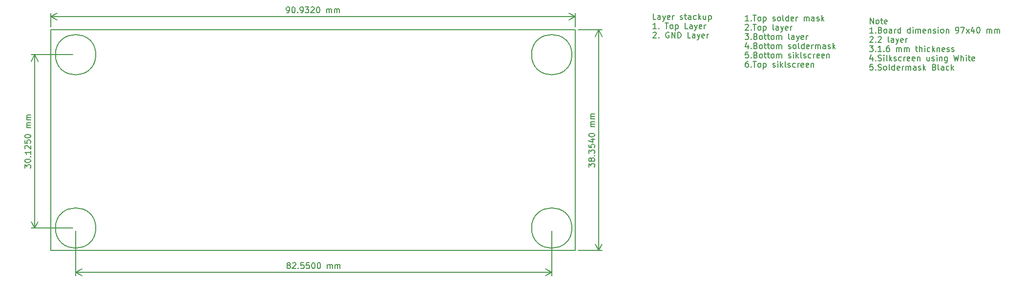
<source format=gbr>
%TF.GenerationSoftware,KiCad,Pcbnew,7.0.5*%
%TF.CreationDate,2023-07-07T02:12:31+07:00*%
%TF.ProjectId,snaaur_v1,736e6161-7572-45f7-9631-2e6b69636164,rev?*%
%TF.SameCoordinates,Original*%
%TF.FileFunction,Other,Comment*%
%FSLAX46Y46*%
G04 Gerber Fmt 4.6, Leading zero omitted, Abs format (unit mm)*
G04 Created by KiCad (PCBNEW 7.0.5) date 2023-07-07 02:12:31*
%MOMM*%
%LPD*%
G01*
G04 APERTURE LIST*
%ADD10C,0.150000*%
G04 APERTURE END LIST*
D10*
X103632000Y-54610000D02*
X194564000Y-54610000D01*
X194564000Y-92964000D01*
X103632000Y-92964000D01*
X103632000Y-54610000D01*
X224634588Y-53033819D02*
X224063160Y-53033819D01*
X224348874Y-53033819D02*
X224348874Y-52033819D01*
X224348874Y-52033819D02*
X224253636Y-52176676D01*
X224253636Y-52176676D02*
X224158398Y-52271914D01*
X224158398Y-52271914D02*
X224063160Y-52319533D01*
X225063160Y-52938580D02*
X225110779Y-52986200D01*
X225110779Y-52986200D02*
X225063160Y-53033819D01*
X225063160Y-53033819D02*
X225015541Y-52986200D01*
X225015541Y-52986200D02*
X225063160Y-52938580D01*
X225063160Y-52938580D02*
X225063160Y-53033819D01*
X225396493Y-52033819D02*
X225967921Y-52033819D01*
X225682207Y-53033819D02*
X225682207Y-52033819D01*
X226444112Y-53033819D02*
X226348874Y-52986200D01*
X226348874Y-52986200D02*
X226301255Y-52938580D01*
X226301255Y-52938580D02*
X226253636Y-52843342D01*
X226253636Y-52843342D02*
X226253636Y-52557628D01*
X226253636Y-52557628D02*
X226301255Y-52462390D01*
X226301255Y-52462390D02*
X226348874Y-52414771D01*
X226348874Y-52414771D02*
X226444112Y-52367152D01*
X226444112Y-52367152D02*
X226586969Y-52367152D01*
X226586969Y-52367152D02*
X226682207Y-52414771D01*
X226682207Y-52414771D02*
X226729826Y-52462390D01*
X226729826Y-52462390D02*
X226777445Y-52557628D01*
X226777445Y-52557628D02*
X226777445Y-52843342D01*
X226777445Y-52843342D02*
X226729826Y-52938580D01*
X226729826Y-52938580D02*
X226682207Y-52986200D01*
X226682207Y-52986200D02*
X226586969Y-53033819D01*
X226586969Y-53033819D02*
X226444112Y-53033819D01*
X227206017Y-52367152D02*
X227206017Y-53367152D01*
X227206017Y-52414771D02*
X227301255Y-52367152D01*
X227301255Y-52367152D02*
X227491731Y-52367152D01*
X227491731Y-52367152D02*
X227586969Y-52414771D01*
X227586969Y-52414771D02*
X227634588Y-52462390D01*
X227634588Y-52462390D02*
X227682207Y-52557628D01*
X227682207Y-52557628D02*
X227682207Y-52843342D01*
X227682207Y-52843342D02*
X227634588Y-52938580D01*
X227634588Y-52938580D02*
X227586969Y-52986200D01*
X227586969Y-52986200D02*
X227491731Y-53033819D01*
X227491731Y-53033819D02*
X227301255Y-53033819D01*
X227301255Y-53033819D02*
X227206017Y-52986200D01*
X228825065Y-52986200D02*
X228920303Y-53033819D01*
X228920303Y-53033819D02*
X229110779Y-53033819D01*
X229110779Y-53033819D02*
X229206017Y-52986200D01*
X229206017Y-52986200D02*
X229253636Y-52890961D01*
X229253636Y-52890961D02*
X229253636Y-52843342D01*
X229253636Y-52843342D02*
X229206017Y-52748104D01*
X229206017Y-52748104D02*
X229110779Y-52700485D01*
X229110779Y-52700485D02*
X228967922Y-52700485D01*
X228967922Y-52700485D02*
X228872684Y-52652866D01*
X228872684Y-52652866D02*
X228825065Y-52557628D01*
X228825065Y-52557628D02*
X228825065Y-52510009D01*
X228825065Y-52510009D02*
X228872684Y-52414771D01*
X228872684Y-52414771D02*
X228967922Y-52367152D01*
X228967922Y-52367152D02*
X229110779Y-52367152D01*
X229110779Y-52367152D02*
X229206017Y-52414771D01*
X229825065Y-53033819D02*
X229729827Y-52986200D01*
X229729827Y-52986200D02*
X229682208Y-52938580D01*
X229682208Y-52938580D02*
X229634589Y-52843342D01*
X229634589Y-52843342D02*
X229634589Y-52557628D01*
X229634589Y-52557628D02*
X229682208Y-52462390D01*
X229682208Y-52462390D02*
X229729827Y-52414771D01*
X229729827Y-52414771D02*
X229825065Y-52367152D01*
X229825065Y-52367152D02*
X229967922Y-52367152D01*
X229967922Y-52367152D02*
X230063160Y-52414771D01*
X230063160Y-52414771D02*
X230110779Y-52462390D01*
X230110779Y-52462390D02*
X230158398Y-52557628D01*
X230158398Y-52557628D02*
X230158398Y-52843342D01*
X230158398Y-52843342D02*
X230110779Y-52938580D01*
X230110779Y-52938580D02*
X230063160Y-52986200D01*
X230063160Y-52986200D02*
X229967922Y-53033819D01*
X229967922Y-53033819D02*
X229825065Y-53033819D01*
X230729827Y-53033819D02*
X230634589Y-52986200D01*
X230634589Y-52986200D02*
X230586970Y-52890961D01*
X230586970Y-52890961D02*
X230586970Y-52033819D01*
X231539351Y-53033819D02*
X231539351Y-52033819D01*
X231539351Y-52986200D02*
X231444113Y-53033819D01*
X231444113Y-53033819D02*
X231253637Y-53033819D01*
X231253637Y-53033819D02*
X231158399Y-52986200D01*
X231158399Y-52986200D02*
X231110780Y-52938580D01*
X231110780Y-52938580D02*
X231063161Y-52843342D01*
X231063161Y-52843342D02*
X231063161Y-52557628D01*
X231063161Y-52557628D02*
X231110780Y-52462390D01*
X231110780Y-52462390D02*
X231158399Y-52414771D01*
X231158399Y-52414771D02*
X231253637Y-52367152D01*
X231253637Y-52367152D02*
X231444113Y-52367152D01*
X231444113Y-52367152D02*
X231539351Y-52414771D01*
X232396494Y-52986200D02*
X232301256Y-53033819D01*
X232301256Y-53033819D02*
X232110780Y-53033819D01*
X232110780Y-53033819D02*
X232015542Y-52986200D01*
X232015542Y-52986200D02*
X231967923Y-52890961D01*
X231967923Y-52890961D02*
X231967923Y-52510009D01*
X231967923Y-52510009D02*
X232015542Y-52414771D01*
X232015542Y-52414771D02*
X232110780Y-52367152D01*
X232110780Y-52367152D02*
X232301256Y-52367152D01*
X232301256Y-52367152D02*
X232396494Y-52414771D01*
X232396494Y-52414771D02*
X232444113Y-52510009D01*
X232444113Y-52510009D02*
X232444113Y-52605247D01*
X232444113Y-52605247D02*
X231967923Y-52700485D01*
X232872685Y-53033819D02*
X232872685Y-52367152D01*
X232872685Y-52557628D02*
X232920304Y-52462390D01*
X232920304Y-52462390D02*
X232967923Y-52414771D01*
X232967923Y-52414771D02*
X233063161Y-52367152D01*
X233063161Y-52367152D02*
X233158399Y-52367152D01*
X234253638Y-53033819D02*
X234253638Y-52367152D01*
X234253638Y-52462390D02*
X234301257Y-52414771D01*
X234301257Y-52414771D02*
X234396495Y-52367152D01*
X234396495Y-52367152D02*
X234539352Y-52367152D01*
X234539352Y-52367152D02*
X234634590Y-52414771D01*
X234634590Y-52414771D02*
X234682209Y-52510009D01*
X234682209Y-52510009D02*
X234682209Y-53033819D01*
X234682209Y-52510009D02*
X234729828Y-52414771D01*
X234729828Y-52414771D02*
X234825066Y-52367152D01*
X234825066Y-52367152D02*
X234967923Y-52367152D01*
X234967923Y-52367152D02*
X235063162Y-52414771D01*
X235063162Y-52414771D02*
X235110781Y-52510009D01*
X235110781Y-52510009D02*
X235110781Y-53033819D01*
X236015542Y-53033819D02*
X236015542Y-52510009D01*
X236015542Y-52510009D02*
X235967923Y-52414771D01*
X235967923Y-52414771D02*
X235872685Y-52367152D01*
X235872685Y-52367152D02*
X235682209Y-52367152D01*
X235682209Y-52367152D02*
X235586971Y-52414771D01*
X236015542Y-52986200D02*
X235920304Y-53033819D01*
X235920304Y-53033819D02*
X235682209Y-53033819D01*
X235682209Y-53033819D02*
X235586971Y-52986200D01*
X235586971Y-52986200D02*
X235539352Y-52890961D01*
X235539352Y-52890961D02*
X235539352Y-52795723D01*
X235539352Y-52795723D02*
X235586971Y-52700485D01*
X235586971Y-52700485D02*
X235682209Y-52652866D01*
X235682209Y-52652866D02*
X235920304Y-52652866D01*
X235920304Y-52652866D02*
X236015542Y-52605247D01*
X236444114Y-52986200D02*
X236539352Y-53033819D01*
X236539352Y-53033819D02*
X236729828Y-53033819D01*
X236729828Y-53033819D02*
X236825066Y-52986200D01*
X236825066Y-52986200D02*
X236872685Y-52890961D01*
X236872685Y-52890961D02*
X236872685Y-52843342D01*
X236872685Y-52843342D02*
X236825066Y-52748104D01*
X236825066Y-52748104D02*
X236729828Y-52700485D01*
X236729828Y-52700485D02*
X236586971Y-52700485D01*
X236586971Y-52700485D02*
X236491733Y-52652866D01*
X236491733Y-52652866D02*
X236444114Y-52557628D01*
X236444114Y-52557628D02*
X236444114Y-52510009D01*
X236444114Y-52510009D02*
X236491733Y-52414771D01*
X236491733Y-52414771D02*
X236586971Y-52367152D01*
X236586971Y-52367152D02*
X236729828Y-52367152D01*
X236729828Y-52367152D02*
X236825066Y-52414771D01*
X237301257Y-53033819D02*
X237301257Y-52033819D01*
X237396495Y-52652866D02*
X237682209Y-53033819D01*
X237682209Y-52367152D02*
X237301257Y-52748104D01*
X224063160Y-53739057D02*
X224110779Y-53691438D01*
X224110779Y-53691438D02*
X224206017Y-53643819D01*
X224206017Y-53643819D02*
X224444112Y-53643819D01*
X224444112Y-53643819D02*
X224539350Y-53691438D01*
X224539350Y-53691438D02*
X224586969Y-53739057D01*
X224586969Y-53739057D02*
X224634588Y-53834295D01*
X224634588Y-53834295D02*
X224634588Y-53929533D01*
X224634588Y-53929533D02*
X224586969Y-54072390D01*
X224586969Y-54072390D02*
X224015541Y-54643819D01*
X224015541Y-54643819D02*
X224634588Y-54643819D01*
X225063160Y-54548580D02*
X225110779Y-54596200D01*
X225110779Y-54596200D02*
X225063160Y-54643819D01*
X225063160Y-54643819D02*
X225015541Y-54596200D01*
X225015541Y-54596200D02*
X225063160Y-54548580D01*
X225063160Y-54548580D02*
X225063160Y-54643819D01*
X225396493Y-53643819D02*
X225967921Y-53643819D01*
X225682207Y-54643819D02*
X225682207Y-53643819D01*
X226444112Y-54643819D02*
X226348874Y-54596200D01*
X226348874Y-54596200D02*
X226301255Y-54548580D01*
X226301255Y-54548580D02*
X226253636Y-54453342D01*
X226253636Y-54453342D02*
X226253636Y-54167628D01*
X226253636Y-54167628D02*
X226301255Y-54072390D01*
X226301255Y-54072390D02*
X226348874Y-54024771D01*
X226348874Y-54024771D02*
X226444112Y-53977152D01*
X226444112Y-53977152D02*
X226586969Y-53977152D01*
X226586969Y-53977152D02*
X226682207Y-54024771D01*
X226682207Y-54024771D02*
X226729826Y-54072390D01*
X226729826Y-54072390D02*
X226777445Y-54167628D01*
X226777445Y-54167628D02*
X226777445Y-54453342D01*
X226777445Y-54453342D02*
X226729826Y-54548580D01*
X226729826Y-54548580D02*
X226682207Y-54596200D01*
X226682207Y-54596200D02*
X226586969Y-54643819D01*
X226586969Y-54643819D02*
X226444112Y-54643819D01*
X227206017Y-53977152D02*
X227206017Y-54977152D01*
X227206017Y-54024771D02*
X227301255Y-53977152D01*
X227301255Y-53977152D02*
X227491731Y-53977152D01*
X227491731Y-53977152D02*
X227586969Y-54024771D01*
X227586969Y-54024771D02*
X227634588Y-54072390D01*
X227634588Y-54072390D02*
X227682207Y-54167628D01*
X227682207Y-54167628D02*
X227682207Y-54453342D01*
X227682207Y-54453342D02*
X227634588Y-54548580D01*
X227634588Y-54548580D02*
X227586969Y-54596200D01*
X227586969Y-54596200D02*
X227491731Y-54643819D01*
X227491731Y-54643819D02*
X227301255Y-54643819D01*
X227301255Y-54643819D02*
X227206017Y-54596200D01*
X229015541Y-54643819D02*
X228920303Y-54596200D01*
X228920303Y-54596200D02*
X228872684Y-54500961D01*
X228872684Y-54500961D02*
X228872684Y-53643819D01*
X229825065Y-54643819D02*
X229825065Y-54120009D01*
X229825065Y-54120009D02*
X229777446Y-54024771D01*
X229777446Y-54024771D02*
X229682208Y-53977152D01*
X229682208Y-53977152D02*
X229491732Y-53977152D01*
X229491732Y-53977152D02*
X229396494Y-54024771D01*
X229825065Y-54596200D02*
X229729827Y-54643819D01*
X229729827Y-54643819D02*
X229491732Y-54643819D01*
X229491732Y-54643819D02*
X229396494Y-54596200D01*
X229396494Y-54596200D02*
X229348875Y-54500961D01*
X229348875Y-54500961D02*
X229348875Y-54405723D01*
X229348875Y-54405723D02*
X229396494Y-54310485D01*
X229396494Y-54310485D02*
X229491732Y-54262866D01*
X229491732Y-54262866D02*
X229729827Y-54262866D01*
X229729827Y-54262866D02*
X229825065Y-54215247D01*
X230206018Y-53977152D02*
X230444113Y-54643819D01*
X230682208Y-53977152D02*
X230444113Y-54643819D01*
X230444113Y-54643819D02*
X230348875Y-54881914D01*
X230348875Y-54881914D02*
X230301256Y-54929533D01*
X230301256Y-54929533D02*
X230206018Y-54977152D01*
X231444113Y-54596200D02*
X231348875Y-54643819D01*
X231348875Y-54643819D02*
X231158399Y-54643819D01*
X231158399Y-54643819D02*
X231063161Y-54596200D01*
X231063161Y-54596200D02*
X231015542Y-54500961D01*
X231015542Y-54500961D02*
X231015542Y-54120009D01*
X231015542Y-54120009D02*
X231063161Y-54024771D01*
X231063161Y-54024771D02*
X231158399Y-53977152D01*
X231158399Y-53977152D02*
X231348875Y-53977152D01*
X231348875Y-53977152D02*
X231444113Y-54024771D01*
X231444113Y-54024771D02*
X231491732Y-54120009D01*
X231491732Y-54120009D02*
X231491732Y-54215247D01*
X231491732Y-54215247D02*
X231015542Y-54310485D01*
X231920304Y-54643819D02*
X231920304Y-53977152D01*
X231920304Y-54167628D02*
X231967923Y-54072390D01*
X231967923Y-54072390D02*
X232015542Y-54024771D01*
X232015542Y-54024771D02*
X232110780Y-53977152D01*
X232110780Y-53977152D02*
X232206018Y-53977152D01*
X224015541Y-55253819D02*
X224634588Y-55253819D01*
X224634588Y-55253819D02*
X224301255Y-55634771D01*
X224301255Y-55634771D02*
X224444112Y-55634771D01*
X224444112Y-55634771D02*
X224539350Y-55682390D01*
X224539350Y-55682390D02*
X224586969Y-55730009D01*
X224586969Y-55730009D02*
X224634588Y-55825247D01*
X224634588Y-55825247D02*
X224634588Y-56063342D01*
X224634588Y-56063342D02*
X224586969Y-56158580D01*
X224586969Y-56158580D02*
X224539350Y-56206200D01*
X224539350Y-56206200D02*
X224444112Y-56253819D01*
X224444112Y-56253819D02*
X224158398Y-56253819D01*
X224158398Y-56253819D02*
X224063160Y-56206200D01*
X224063160Y-56206200D02*
X224015541Y-56158580D01*
X225063160Y-56158580D02*
X225110779Y-56206200D01*
X225110779Y-56206200D02*
X225063160Y-56253819D01*
X225063160Y-56253819D02*
X225015541Y-56206200D01*
X225015541Y-56206200D02*
X225063160Y-56158580D01*
X225063160Y-56158580D02*
X225063160Y-56253819D01*
X225872683Y-55730009D02*
X226015540Y-55777628D01*
X226015540Y-55777628D02*
X226063159Y-55825247D01*
X226063159Y-55825247D02*
X226110778Y-55920485D01*
X226110778Y-55920485D02*
X226110778Y-56063342D01*
X226110778Y-56063342D02*
X226063159Y-56158580D01*
X226063159Y-56158580D02*
X226015540Y-56206200D01*
X226015540Y-56206200D02*
X225920302Y-56253819D01*
X225920302Y-56253819D02*
X225539350Y-56253819D01*
X225539350Y-56253819D02*
X225539350Y-55253819D01*
X225539350Y-55253819D02*
X225872683Y-55253819D01*
X225872683Y-55253819D02*
X225967921Y-55301438D01*
X225967921Y-55301438D02*
X226015540Y-55349057D01*
X226015540Y-55349057D02*
X226063159Y-55444295D01*
X226063159Y-55444295D02*
X226063159Y-55539533D01*
X226063159Y-55539533D02*
X226015540Y-55634771D01*
X226015540Y-55634771D02*
X225967921Y-55682390D01*
X225967921Y-55682390D02*
X225872683Y-55730009D01*
X225872683Y-55730009D02*
X225539350Y-55730009D01*
X226682207Y-56253819D02*
X226586969Y-56206200D01*
X226586969Y-56206200D02*
X226539350Y-56158580D01*
X226539350Y-56158580D02*
X226491731Y-56063342D01*
X226491731Y-56063342D02*
X226491731Y-55777628D01*
X226491731Y-55777628D02*
X226539350Y-55682390D01*
X226539350Y-55682390D02*
X226586969Y-55634771D01*
X226586969Y-55634771D02*
X226682207Y-55587152D01*
X226682207Y-55587152D02*
X226825064Y-55587152D01*
X226825064Y-55587152D02*
X226920302Y-55634771D01*
X226920302Y-55634771D02*
X226967921Y-55682390D01*
X226967921Y-55682390D02*
X227015540Y-55777628D01*
X227015540Y-55777628D02*
X227015540Y-56063342D01*
X227015540Y-56063342D02*
X226967921Y-56158580D01*
X226967921Y-56158580D02*
X226920302Y-56206200D01*
X226920302Y-56206200D02*
X226825064Y-56253819D01*
X226825064Y-56253819D02*
X226682207Y-56253819D01*
X227301255Y-55587152D02*
X227682207Y-55587152D01*
X227444112Y-55253819D02*
X227444112Y-56110961D01*
X227444112Y-56110961D02*
X227491731Y-56206200D01*
X227491731Y-56206200D02*
X227586969Y-56253819D01*
X227586969Y-56253819D02*
X227682207Y-56253819D01*
X227872684Y-55587152D02*
X228253636Y-55587152D01*
X228015541Y-55253819D02*
X228015541Y-56110961D01*
X228015541Y-56110961D02*
X228063160Y-56206200D01*
X228063160Y-56206200D02*
X228158398Y-56253819D01*
X228158398Y-56253819D02*
X228253636Y-56253819D01*
X228729827Y-56253819D02*
X228634589Y-56206200D01*
X228634589Y-56206200D02*
X228586970Y-56158580D01*
X228586970Y-56158580D02*
X228539351Y-56063342D01*
X228539351Y-56063342D02*
X228539351Y-55777628D01*
X228539351Y-55777628D02*
X228586970Y-55682390D01*
X228586970Y-55682390D02*
X228634589Y-55634771D01*
X228634589Y-55634771D02*
X228729827Y-55587152D01*
X228729827Y-55587152D02*
X228872684Y-55587152D01*
X228872684Y-55587152D02*
X228967922Y-55634771D01*
X228967922Y-55634771D02*
X229015541Y-55682390D01*
X229015541Y-55682390D02*
X229063160Y-55777628D01*
X229063160Y-55777628D02*
X229063160Y-56063342D01*
X229063160Y-56063342D02*
X229015541Y-56158580D01*
X229015541Y-56158580D02*
X228967922Y-56206200D01*
X228967922Y-56206200D02*
X228872684Y-56253819D01*
X228872684Y-56253819D02*
X228729827Y-56253819D01*
X229491732Y-56253819D02*
X229491732Y-55587152D01*
X229491732Y-55682390D02*
X229539351Y-55634771D01*
X229539351Y-55634771D02*
X229634589Y-55587152D01*
X229634589Y-55587152D02*
X229777446Y-55587152D01*
X229777446Y-55587152D02*
X229872684Y-55634771D01*
X229872684Y-55634771D02*
X229920303Y-55730009D01*
X229920303Y-55730009D02*
X229920303Y-56253819D01*
X229920303Y-55730009D02*
X229967922Y-55634771D01*
X229967922Y-55634771D02*
X230063160Y-55587152D01*
X230063160Y-55587152D02*
X230206017Y-55587152D01*
X230206017Y-55587152D02*
X230301256Y-55634771D01*
X230301256Y-55634771D02*
X230348875Y-55730009D01*
X230348875Y-55730009D02*
X230348875Y-56253819D01*
X231729827Y-56253819D02*
X231634589Y-56206200D01*
X231634589Y-56206200D02*
X231586970Y-56110961D01*
X231586970Y-56110961D02*
X231586970Y-55253819D01*
X232539351Y-56253819D02*
X232539351Y-55730009D01*
X232539351Y-55730009D02*
X232491732Y-55634771D01*
X232491732Y-55634771D02*
X232396494Y-55587152D01*
X232396494Y-55587152D02*
X232206018Y-55587152D01*
X232206018Y-55587152D02*
X232110780Y-55634771D01*
X232539351Y-56206200D02*
X232444113Y-56253819D01*
X232444113Y-56253819D02*
X232206018Y-56253819D01*
X232206018Y-56253819D02*
X232110780Y-56206200D01*
X232110780Y-56206200D02*
X232063161Y-56110961D01*
X232063161Y-56110961D02*
X232063161Y-56015723D01*
X232063161Y-56015723D02*
X232110780Y-55920485D01*
X232110780Y-55920485D02*
X232206018Y-55872866D01*
X232206018Y-55872866D02*
X232444113Y-55872866D01*
X232444113Y-55872866D02*
X232539351Y-55825247D01*
X232920304Y-55587152D02*
X233158399Y-56253819D01*
X233396494Y-55587152D02*
X233158399Y-56253819D01*
X233158399Y-56253819D02*
X233063161Y-56491914D01*
X233063161Y-56491914D02*
X233015542Y-56539533D01*
X233015542Y-56539533D02*
X232920304Y-56587152D01*
X234158399Y-56206200D02*
X234063161Y-56253819D01*
X234063161Y-56253819D02*
X233872685Y-56253819D01*
X233872685Y-56253819D02*
X233777447Y-56206200D01*
X233777447Y-56206200D02*
X233729828Y-56110961D01*
X233729828Y-56110961D02*
X233729828Y-55730009D01*
X233729828Y-55730009D02*
X233777447Y-55634771D01*
X233777447Y-55634771D02*
X233872685Y-55587152D01*
X233872685Y-55587152D02*
X234063161Y-55587152D01*
X234063161Y-55587152D02*
X234158399Y-55634771D01*
X234158399Y-55634771D02*
X234206018Y-55730009D01*
X234206018Y-55730009D02*
X234206018Y-55825247D01*
X234206018Y-55825247D02*
X233729828Y-55920485D01*
X234634590Y-56253819D02*
X234634590Y-55587152D01*
X234634590Y-55777628D02*
X234682209Y-55682390D01*
X234682209Y-55682390D02*
X234729828Y-55634771D01*
X234729828Y-55634771D02*
X234825066Y-55587152D01*
X234825066Y-55587152D02*
X234920304Y-55587152D01*
X224539350Y-57197152D02*
X224539350Y-57863819D01*
X224301255Y-56816200D02*
X224063160Y-57530485D01*
X224063160Y-57530485D02*
X224682207Y-57530485D01*
X225063160Y-57768580D02*
X225110779Y-57816200D01*
X225110779Y-57816200D02*
X225063160Y-57863819D01*
X225063160Y-57863819D02*
X225015541Y-57816200D01*
X225015541Y-57816200D02*
X225063160Y-57768580D01*
X225063160Y-57768580D02*
X225063160Y-57863819D01*
X225872683Y-57340009D02*
X226015540Y-57387628D01*
X226015540Y-57387628D02*
X226063159Y-57435247D01*
X226063159Y-57435247D02*
X226110778Y-57530485D01*
X226110778Y-57530485D02*
X226110778Y-57673342D01*
X226110778Y-57673342D02*
X226063159Y-57768580D01*
X226063159Y-57768580D02*
X226015540Y-57816200D01*
X226015540Y-57816200D02*
X225920302Y-57863819D01*
X225920302Y-57863819D02*
X225539350Y-57863819D01*
X225539350Y-57863819D02*
X225539350Y-56863819D01*
X225539350Y-56863819D02*
X225872683Y-56863819D01*
X225872683Y-56863819D02*
X225967921Y-56911438D01*
X225967921Y-56911438D02*
X226015540Y-56959057D01*
X226015540Y-56959057D02*
X226063159Y-57054295D01*
X226063159Y-57054295D02*
X226063159Y-57149533D01*
X226063159Y-57149533D02*
X226015540Y-57244771D01*
X226015540Y-57244771D02*
X225967921Y-57292390D01*
X225967921Y-57292390D02*
X225872683Y-57340009D01*
X225872683Y-57340009D02*
X225539350Y-57340009D01*
X226682207Y-57863819D02*
X226586969Y-57816200D01*
X226586969Y-57816200D02*
X226539350Y-57768580D01*
X226539350Y-57768580D02*
X226491731Y-57673342D01*
X226491731Y-57673342D02*
X226491731Y-57387628D01*
X226491731Y-57387628D02*
X226539350Y-57292390D01*
X226539350Y-57292390D02*
X226586969Y-57244771D01*
X226586969Y-57244771D02*
X226682207Y-57197152D01*
X226682207Y-57197152D02*
X226825064Y-57197152D01*
X226825064Y-57197152D02*
X226920302Y-57244771D01*
X226920302Y-57244771D02*
X226967921Y-57292390D01*
X226967921Y-57292390D02*
X227015540Y-57387628D01*
X227015540Y-57387628D02*
X227015540Y-57673342D01*
X227015540Y-57673342D02*
X226967921Y-57768580D01*
X226967921Y-57768580D02*
X226920302Y-57816200D01*
X226920302Y-57816200D02*
X226825064Y-57863819D01*
X226825064Y-57863819D02*
X226682207Y-57863819D01*
X227301255Y-57197152D02*
X227682207Y-57197152D01*
X227444112Y-56863819D02*
X227444112Y-57720961D01*
X227444112Y-57720961D02*
X227491731Y-57816200D01*
X227491731Y-57816200D02*
X227586969Y-57863819D01*
X227586969Y-57863819D02*
X227682207Y-57863819D01*
X227872684Y-57197152D02*
X228253636Y-57197152D01*
X228015541Y-56863819D02*
X228015541Y-57720961D01*
X228015541Y-57720961D02*
X228063160Y-57816200D01*
X228063160Y-57816200D02*
X228158398Y-57863819D01*
X228158398Y-57863819D02*
X228253636Y-57863819D01*
X228729827Y-57863819D02*
X228634589Y-57816200D01*
X228634589Y-57816200D02*
X228586970Y-57768580D01*
X228586970Y-57768580D02*
X228539351Y-57673342D01*
X228539351Y-57673342D02*
X228539351Y-57387628D01*
X228539351Y-57387628D02*
X228586970Y-57292390D01*
X228586970Y-57292390D02*
X228634589Y-57244771D01*
X228634589Y-57244771D02*
X228729827Y-57197152D01*
X228729827Y-57197152D02*
X228872684Y-57197152D01*
X228872684Y-57197152D02*
X228967922Y-57244771D01*
X228967922Y-57244771D02*
X229015541Y-57292390D01*
X229015541Y-57292390D02*
X229063160Y-57387628D01*
X229063160Y-57387628D02*
X229063160Y-57673342D01*
X229063160Y-57673342D02*
X229015541Y-57768580D01*
X229015541Y-57768580D02*
X228967922Y-57816200D01*
X228967922Y-57816200D02*
X228872684Y-57863819D01*
X228872684Y-57863819D02*
X228729827Y-57863819D01*
X229491732Y-57863819D02*
X229491732Y-57197152D01*
X229491732Y-57292390D02*
X229539351Y-57244771D01*
X229539351Y-57244771D02*
X229634589Y-57197152D01*
X229634589Y-57197152D02*
X229777446Y-57197152D01*
X229777446Y-57197152D02*
X229872684Y-57244771D01*
X229872684Y-57244771D02*
X229920303Y-57340009D01*
X229920303Y-57340009D02*
X229920303Y-57863819D01*
X229920303Y-57340009D02*
X229967922Y-57244771D01*
X229967922Y-57244771D02*
X230063160Y-57197152D01*
X230063160Y-57197152D02*
X230206017Y-57197152D01*
X230206017Y-57197152D02*
X230301256Y-57244771D01*
X230301256Y-57244771D02*
X230348875Y-57340009D01*
X230348875Y-57340009D02*
X230348875Y-57863819D01*
X231539351Y-57816200D02*
X231634589Y-57863819D01*
X231634589Y-57863819D02*
X231825065Y-57863819D01*
X231825065Y-57863819D02*
X231920303Y-57816200D01*
X231920303Y-57816200D02*
X231967922Y-57720961D01*
X231967922Y-57720961D02*
X231967922Y-57673342D01*
X231967922Y-57673342D02*
X231920303Y-57578104D01*
X231920303Y-57578104D02*
X231825065Y-57530485D01*
X231825065Y-57530485D02*
X231682208Y-57530485D01*
X231682208Y-57530485D02*
X231586970Y-57482866D01*
X231586970Y-57482866D02*
X231539351Y-57387628D01*
X231539351Y-57387628D02*
X231539351Y-57340009D01*
X231539351Y-57340009D02*
X231586970Y-57244771D01*
X231586970Y-57244771D02*
X231682208Y-57197152D01*
X231682208Y-57197152D02*
X231825065Y-57197152D01*
X231825065Y-57197152D02*
X231920303Y-57244771D01*
X232539351Y-57863819D02*
X232444113Y-57816200D01*
X232444113Y-57816200D02*
X232396494Y-57768580D01*
X232396494Y-57768580D02*
X232348875Y-57673342D01*
X232348875Y-57673342D02*
X232348875Y-57387628D01*
X232348875Y-57387628D02*
X232396494Y-57292390D01*
X232396494Y-57292390D02*
X232444113Y-57244771D01*
X232444113Y-57244771D02*
X232539351Y-57197152D01*
X232539351Y-57197152D02*
X232682208Y-57197152D01*
X232682208Y-57197152D02*
X232777446Y-57244771D01*
X232777446Y-57244771D02*
X232825065Y-57292390D01*
X232825065Y-57292390D02*
X232872684Y-57387628D01*
X232872684Y-57387628D02*
X232872684Y-57673342D01*
X232872684Y-57673342D02*
X232825065Y-57768580D01*
X232825065Y-57768580D02*
X232777446Y-57816200D01*
X232777446Y-57816200D02*
X232682208Y-57863819D01*
X232682208Y-57863819D02*
X232539351Y-57863819D01*
X233444113Y-57863819D02*
X233348875Y-57816200D01*
X233348875Y-57816200D02*
X233301256Y-57720961D01*
X233301256Y-57720961D02*
X233301256Y-56863819D01*
X234253637Y-57863819D02*
X234253637Y-56863819D01*
X234253637Y-57816200D02*
X234158399Y-57863819D01*
X234158399Y-57863819D02*
X233967923Y-57863819D01*
X233967923Y-57863819D02*
X233872685Y-57816200D01*
X233872685Y-57816200D02*
X233825066Y-57768580D01*
X233825066Y-57768580D02*
X233777447Y-57673342D01*
X233777447Y-57673342D02*
X233777447Y-57387628D01*
X233777447Y-57387628D02*
X233825066Y-57292390D01*
X233825066Y-57292390D02*
X233872685Y-57244771D01*
X233872685Y-57244771D02*
X233967923Y-57197152D01*
X233967923Y-57197152D02*
X234158399Y-57197152D01*
X234158399Y-57197152D02*
X234253637Y-57244771D01*
X235110780Y-57816200D02*
X235015542Y-57863819D01*
X235015542Y-57863819D02*
X234825066Y-57863819D01*
X234825066Y-57863819D02*
X234729828Y-57816200D01*
X234729828Y-57816200D02*
X234682209Y-57720961D01*
X234682209Y-57720961D02*
X234682209Y-57340009D01*
X234682209Y-57340009D02*
X234729828Y-57244771D01*
X234729828Y-57244771D02*
X234825066Y-57197152D01*
X234825066Y-57197152D02*
X235015542Y-57197152D01*
X235015542Y-57197152D02*
X235110780Y-57244771D01*
X235110780Y-57244771D02*
X235158399Y-57340009D01*
X235158399Y-57340009D02*
X235158399Y-57435247D01*
X235158399Y-57435247D02*
X234682209Y-57530485D01*
X235586971Y-57863819D02*
X235586971Y-57197152D01*
X235586971Y-57387628D02*
X235634590Y-57292390D01*
X235634590Y-57292390D02*
X235682209Y-57244771D01*
X235682209Y-57244771D02*
X235777447Y-57197152D01*
X235777447Y-57197152D02*
X235872685Y-57197152D01*
X236206019Y-57863819D02*
X236206019Y-57197152D01*
X236206019Y-57292390D02*
X236253638Y-57244771D01*
X236253638Y-57244771D02*
X236348876Y-57197152D01*
X236348876Y-57197152D02*
X236491733Y-57197152D01*
X236491733Y-57197152D02*
X236586971Y-57244771D01*
X236586971Y-57244771D02*
X236634590Y-57340009D01*
X236634590Y-57340009D02*
X236634590Y-57863819D01*
X236634590Y-57340009D02*
X236682209Y-57244771D01*
X236682209Y-57244771D02*
X236777447Y-57197152D01*
X236777447Y-57197152D02*
X236920304Y-57197152D01*
X236920304Y-57197152D02*
X237015543Y-57244771D01*
X237015543Y-57244771D02*
X237063162Y-57340009D01*
X237063162Y-57340009D02*
X237063162Y-57863819D01*
X237967923Y-57863819D02*
X237967923Y-57340009D01*
X237967923Y-57340009D02*
X237920304Y-57244771D01*
X237920304Y-57244771D02*
X237825066Y-57197152D01*
X237825066Y-57197152D02*
X237634590Y-57197152D01*
X237634590Y-57197152D02*
X237539352Y-57244771D01*
X237967923Y-57816200D02*
X237872685Y-57863819D01*
X237872685Y-57863819D02*
X237634590Y-57863819D01*
X237634590Y-57863819D02*
X237539352Y-57816200D01*
X237539352Y-57816200D02*
X237491733Y-57720961D01*
X237491733Y-57720961D02*
X237491733Y-57625723D01*
X237491733Y-57625723D02*
X237539352Y-57530485D01*
X237539352Y-57530485D02*
X237634590Y-57482866D01*
X237634590Y-57482866D02*
X237872685Y-57482866D01*
X237872685Y-57482866D02*
X237967923Y-57435247D01*
X238396495Y-57816200D02*
X238491733Y-57863819D01*
X238491733Y-57863819D02*
X238682209Y-57863819D01*
X238682209Y-57863819D02*
X238777447Y-57816200D01*
X238777447Y-57816200D02*
X238825066Y-57720961D01*
X238825066Y-57720961D02*
X238825066Y-57673342D01*
X238825066Y-57673342D02*
X238777447Y-57578104D01*
X238777447Y-57578104D02*
X238682209Y-57530485D01*
X238682209Y-57530485D02*
X238539352Y-57530485D01*
X238539352Y-57530485D02*
X238444114Y-57482866D01*
X238444114Y-57482866D02*
X238396495Y-57387628D01*
X238396495Y-57387628D02*
X238396495Y-57340009D01*
X238396495Y-57340009D02*
X238444114Y-57244771D01*
X238444114Y-57244771D02*
X238539352Y-57197152D01*
X238539352Y-57197152D02*
X238682209Y-57197152D01*
X238682209Y-57197152D02*
X238777447Y-57244771D01*
X239253638Y-57863819D02*
X239253638Y-56863819D01*
X239348876Y-57482866D02*
X239634590Y-57863819D01*
X239634590Y-57197152D02*
X239253638Y-57578104D01*
X224586969Y-58473819D02*
X224110779Y-58473819D01*
X224110779Y-58473819D02*
X224063160Y-58950009D01*
X224063160Y-58950009D02*
X224110779Y-58902390D01*
X224110779Y-58902390D02*
X224206017Y-58854771D01*
X224206017Y-58854771D02*
X224444112Y-58854771D01*
X224444112Y-58854771D02*
X224539350Y-58902390D01*
X224539350Y-58902390D02*
X224586969Y-58950009D01*
X224586969Y-58950009D02*
X224634588Y-59045247D01*
X224634588Y-59045247D02*
X224634588Y-59283342D01*
X224634588Y-59283342D02*
X224586969Y-59378580D01*
X224586969Y-59378580D02*
X224539350Y-59426200D01*
X224539350Y-59426200D02*
X224444112Y-59473819D01*
X224444112Y-59473819D02*
X224206017Y-59473819D01*
X224206017Y-59473819D02*
X224110779Y-59426200D01*
X224110779Y-59426200D02*
X224063160Y-59378580D01*
X225063160Y-59378580D02*
X225110779Y-59426200D01*
X225110779Y-59426200D02*
X225063160Y-59473819D01*
X225063160Y-59473819D02*
X225015541Y-59426200D01*
X225015541Y-59426200D02*
X225063160Y-59378580D01*
X225063160Y-59378580D02*
X225063160Y-59473819D01*
X225872683Y-58950009D02*
X226015540Y-58997628D01*
X226015540Y-58997628D02*
X226063159Y-59045247D01*
X226063159Y-59045247D02*
X226110778Y-59140485D01*
X226110778Y-59140485D02*
X226110778Y-59283342D01*
X226110778Y-59283342D02*
X226063159Y-59378580D01*
X226063159Y-59378580D02*
X226015540Y-59426200D01*
X226015540Y-59426200D02*
X225920302Y-59473819D01*
X225920302Y-59473819D02*
X225539350Y-59473819D01*
X225539350Y-59473819D02*
X225539350Y-58473819D01*
X225539350Y-58473819D02*
X225872683Y-58473819D01*
X225872683Y-58473819D02*
X225967921Y-58521438D01*
X225967921Y-58521438D02*
X226015540Y-58569057D01*
X226015540Y-58569057D02*
X226063159Y-58664295D01*
X226063159Y-58664295D02*
X226063159Y-58759533D01*
X226063159Y-58759533D02*
X226015540Y-58854771D01*
X226015540Y-58854771D02*
X225967921Y-58902390D01*
X225967921Y-58902390D02*
X225872683Y-58950009D01*
X225872683Y-58950009D02*
X225539350Y-58950009D01*
X226682207Y-59473819D02*
X226586969Y-59426200D01*
X226586969Y-59426200D02*
X226539350Y-59378580D01*
X226539350Y-59378580D02*
X226491731Y-59283342D01*
X226491731Y-59283342D02*
X226491731Y-58997628D01*
X226491731Y-58997628D02*
X226539350Y-58902390D01*
X226539350Y-58902390D02*
X226586969Y-58854771D01*
X226586969Y-58854771D02*
X226682207Y-58807152D01*
X226682207Y-58807152D02*
X226825064Y-58807152D01*
X226825064Y-58807152D02*
X226920302Y-58854771D01*
X226920302Y-58854771D02*
X226967921Y-58902390D01*
X226967921Y-58902390D02*
X227015540Y-58997628D01*
X227015540Y-58997628D02*
X227015540Y-59283342D01*
X227015540Y-59283342D02*
X226967921Y-59378580D01*
X226967921Y-59378580D02*
X226920302Y-59426200D01*
X226920302Y-59426200D02*
X226825064Y-59473819D01*
X226825064Y-59473819D02*
X226682207Y-59473819D01*
X227301255Y-58807152D02*
X227682207Y-58807152D01*
X227444112Y-58473819D02*
X227444112Y-59330961D01*
X227444112Y-59330961D02*
X227491731Y-59426200D01*
X227491731Y-59426200D02*
X227586969Y-59473819D01*
X227586969Y-59473819D02*
X227682207Y-59473819D01*
X227872684Y-58807152D02*
X228253636Y-58807152D01*
X228015541Y-58473819D02*
X228015541Y-59330961D01*
X228015541Y-59330961D02*
X228063160Y-59426200D01*
X228063160Y-59426200D02*
X228158398Y-59473819D01*
X228158398Y-59473819D02*
X228253636Y-59473819D01*
X228729827Y-59473819D02*
X228634589Y-59426200D01*
X228634589Y-59426200D02*
X228586970Y-59378580D01*
X228586970Y-59378580D02*
X228539351Y-59283342D01*
X228539351Y-59283342D02*
X228539351Y-58997628D01*
X228539351Y-58997628D02*
X228586970Y-58902390D01*
X228586970Y-58902390D02*
X228634589Y-58854771D01*
X228634589Y-58854771D02*
X228729827Y-58807152D01*
X228729827Y-58807152D02*
X228872684Y-58807152D01*
X228872684Y-58807152D02*
X228967922Y-58854771D01*
X228967922Y-58854771D02*
X229015541Y-58902390D01*
X229015541Y-58902390D02*
X229063160Y-58997628D01*
X229063160Y-58997628D02*
X229063160Y-59283342D01*
X229063160Y-59283342D02*
X229015541Y-59378580D01*
X229015541Y-59378580D02*
X228967922Y-59426200D01*
X228967922Y-59426200D02*
X228872684Y-59473819D01*
X228872684Y-59473819D02*
X228729827Y-59473819D01*
X229491732Y-59473819D02*
X229491732Y-58807152D01*
X229491732Y-58902390D02*
X229539351Y-58854771D01*
X229539351Y-58854771D02*
X229634589Y-58807152D01*
X229634589Y-58807152D02*
X229777446Y-58807152D01*
X229777446Y-58807152D02*
X229872684Y-58854771D01*
X229872684Y-58854771D02*
X229920303Y-58950009D01*
X229920303Y-58950009D02*
X229920303Y-59473819D01*
X229920303Y-58950009D02*
X229967922Y-58854771D01*
X229967922Y-58854771D02*
X230063160Y-58807152D01*
X230063160Y-58807152D02*
X230206017Y-58807152D01*
X230206017Y-58807152D02*
X230301256Y-58854771D01*
X230301256Y-58854771D02*
X230348875Y-58950009D01*
X230348875Y-58950009D02*
X230348875Y-59473819D01*
X231539351Y-59426200D02*
X231634589Y-59473819D01*
X231634589Y-59473819D02*
X231825065Y-59473819D01*
X231825065Y-59473819D02*
X231920303Y-59426200D01*
X231920303Y-59426200D02*
X231967922Y-59330961D01*
X231967922Y-59330961D02*
X231967922Y-59283342D01*
X231967922Y-59283342D02*
X231920303Y-59188104D01*
X231920303Y-59188104D02*
X231825065Y-59140485D01*
X231825065Y-59140485D02*
X231682208Y-59140485D01*
X231682208Y-59140485D02*
X231586970Y-59092866D01*
X231586970Y-59092866D02*
X231539351Y-58997628D01*
X231539351Y-58997628D02*
X231539351Y-58950009D01*
X231539351Y-58950009D02*
X231586970Y-58854771D01*
X231586970Y-58854771D02*
X231682208Y-58807152D01*
X231682208Y-58807152D02*
X231825065Y-58807152D01*
X231825065Y-58807152D02*
X231920303Y-58854771D01*
X232396494Y-59473819D02*
X232396494Y-58807152D01*
X232396494Y-58473819D02*
X232348875Y-58521438D01*
X232348875Y-58521438D02*
X232396494Y-58569057D01*
X232396494Y-58569057D02*
X232444113Y-58521438D01*
X232444113Y-58521438D02*
X232396494Y-58473819D01*
X232396494Y-58473819D02*
X232396494Y-58569057D01*
X232872684Y-59473819D02*
X232872684Y-58473819D01*
X232967922Y-59092866D02*
X233253636Y-59473819D01*
X233253636Y-58807152D02*
X232872684Y-59188104D01*
X233825065Y-59473819D02*
X233729827Y-59426200D01*
X233729827Y-59426200D02*
X233682208Y-59330961D01*
X233682208Y-59330961D02*
X233682208Y-58473819D01*
X234158399Y-59426200D02*
X234253637Y-59473819D01*
X234253637Y-59473819D02*
X234444113Y-59473819D01*
X234444113Y-59473819D02*
X234539351Y-59426200D01*
X234539351Y-59426200D02*
X234586970Y-59330961D01*
X234586970Y-59330961D02*
X234586970Y-59283342D01*
X234586970Y-59283342D02*
X234539351Y-59188104D01*
X234539351Y-59188104D02*
X234444113Y-59140485D01*
X234444113Y-59140485D02*
X234301256Y-59140485D01*
X234301256Y-59140485D02*
X234206018Y-59092866D01*
X234206018Y-59092866D02*
X234158399Y-58997628D01*
X234158399Y-58997628D02*
X234158399Y-58950009D01*
X234158399Y-58950009D02*
X234206018Y-58854771D01*
X234206018Y-58854771D02*
X234301256Y-58807152D01*
X234301256Y-58807152D02*
X234444113Y-58807152D01*
X234444113Y-58807152D02*
X234539351Y-58854771D01*
X235444113Y-59426200D02*
X235348875Y-59473819D01*
X235348875Y-59473819D02*
X235158399Y-59473819D01*
X235158399Y-59473819D02*
X235063161Y-59426200D01*
X235063161Y-59426200D02*
X235015542Y-59378580D01*
X235015542Y-59378580D02*
X234967923Y-59283342D01*
X234967923Y-59283342D02*
X234967923Y-58997628D01*
X234967923Y-58997628D02*
X235015542Y-58902390D01*
X235015542Y-58902390D02*
X235063161Y-58854771D01*
X235063161Y-58854771D02*
X235158399Y-58807152D01*
X235158399Y-58807152D02*
X235348875Y-58807152D01*
X235348875Y-58807152D02*
X235444113Y-58854771D01*
X235872685Y-59473819D02*
X235872685Y-58807152D01*
X235872685Y-58997628D02*
X235920304Y-58902390D01*
X235920304Y-58902390D02*
X235967923Y-58854771D01*
X235967923Y-58854771D02*
X236063161Y-58807152D01*
X236063161Y-58807152D02*
X236158399Y-58807152D01*
X236872685Y-59426200D02*
X236777447Y-59473819D01*
X236777447Y-59473819D02*
X236586971Y-59473819D01*
X236586971Y-59473819D02*
X236491733Y-59426200D01*
X236491733Y-59426200D02*
X236444114Y-59330961D01*
X236444114Y-59330961D02*
X236444114Y-58950009D01*
X236444114Y-58950009D02*
X236491733Y-58854771D01*
X236491733Y-58854771D02*
X236586971Y-58807152D01*
X236586971Y-58807152D02*
X236777447Y-58807152D01*
X236777447Y-58807152D02*
X236872685Y-58854771D01*
X236872685Y-58854771D02*
X236920304Y-58950009D01*
X236920304Y-58950009D02*
X236920304Y-59045247D01*
X236920304Y-59045247D02*
X236444114Y-59140485D01*
X237729828Y-59426200D02*
X237634590Y-59473819D01*
X237634590Y-59473819D02*
X237444114Y-59473819D01*
X237444114Y-59473819D02*
X237348876Y-59426200D01*
X237348876Y-59426200D02*
X237301257Y-59330961D01*
X237301257Y-59330961D02*
X237301257Y-58950009D01*
X237301257Y-58950009D02*
X237348876Y-58854771D01*
X237348876Y-58854771D02*
X237444114Y-58807152D01*
X237444114Y-58807152D02*
X237634590Y-58807152D01*
X237634590Y-58807152D02*
X237729828Y-58854771D01*
X237729828Y-58854771D02*
X237777447Y-58950009D01*
X237777447Y-58950009D02*
X237777447Y-59045247D01*
X237777447Y-59045247D02*
X237301257Y-59140485D01*
X238206019Y-58807152D02*
X238206019Y-59473819D01*
X238206019Y-58902390D02*
X238253638Y-58854771D01*
X238253638Y-58854771D02*
X238348876Y-58807152D01*
X238348876Y-58807152D02*
X238491733Y-58807152D01*
X238491733Y-58807152D02*
X238586971Y-58854771D01*
X238586971Y-58854771D02*
X238634590Y-58950009D01*
X238634590Y-58950009D02*
X238634590Y-59473819D01*
X224539350Y-60083819D02*
X224348874Y-60083819D01*
X224348874Y-60083819D02*
X224253636Y-60131438D01*
X224253636Y-60131438D02*
X224206017Y-60179057D01*
X224206017Y-60179057D02*
X224110779Y-60321914D01*
X224110779Y-60321914D02*
X224063160Y-60512390D01*
X224063160Y-60512390D02*
X224063160Y-60893342D01*
X224063160Y-60893342D02*
X224110779Y-60988580D01*
X224110779Y-60988580D02*
X224158398Y-61036200D01*
X224158398Y-61036200D02*
X224253636Y-61083819D01*
X224253636Y-61083819D02*
X224444112Y-61083819D01*
X224444112Y-61083819D02*
X224539350Y-61036200D01*
X224539350Y-61036200D02*
X224586969Y-60988580D01*
X224586969Y-60988580D02*
X224634588Y-60893342D01*
X224634588Y-60893342D02*
X224634588Y-60655247D01*
X224634588Y-60655247D02*
X224586969Y-60560009D01*
X224586969Y-60560009D02*
X224539350Y-60512390D01*
X224539350Y-60512390D02*
X224444112Y-60464771D01*
X224444112Y-60464771D02*
X224253636Y-60464771D01*
X224253636Y-60464771D02*
X224158398Y-60512390D01*
X224158398Y-60512390D02*
X224110779Y-60560009D01*
X224110779Y-60560009D02*
X224063160Y-60655247D01*
X225063160Y-60988580D02*
X225110779Y-61036200D01*
X225110779Y-61036200D02*
X225063160Y-61083819D01*
X225063160Y-61083819D02*
X225015541Y-61036200D01*
X225015541Y-61036200D02*
X225063160Y-60988580D01*
X225063160Y-60988580D02*
X225063160Y-61083819D01*
X225396493Y-60083819D02*
X225967921Y-60083819D01*
X225682207Y-61083819D02*
X225682207Y-60083819D01*
X226444112Y-61083819D02*
X226348874Y-61036200D01*
X226348874Y-61036200D02*
X226301255Y-60988580D01*
X226301255Y-60988580D02*
X226253636Y-60893342D01*
X226253636Y-60893342D02*
X226253636Y-60607628D01*
X226253636Y-60607628D02*
X226301255Y-60512390D01*
X226301255Y-60512390D02*
X226348874Y-60464771D01*
X226348874Y-60464771D02*
X226444112Y-60417152D01*
X226444112Y-60417152D02*
X226586969Y-60417152D01*
X226586969Y-60417152D02*
X226682207Y-60464771D01*
X226682207Y-60464771D02*
X226729826Y-60512390D01*
X226729826Y-60512390D02*
X226777445Y-60607628D01*
X226777445Y-60607628D02*
X226777445Y-60893342D01*
X226777445Y-60893342D02*
X226729826Y-60988580D01*
X226729826Y-60988580D02*
X226682207Y-61036200D01*
X226682207Y-61036200D02*
X226586969Y-61083819D01*
X226586969Y-61083819D02*
X226444112Y-61083819D01*
X227206017Y-60417152D02*
X227206017Y-61417152D01*
X227206017Y-60464771D02*
X227301255Y-60417152D01*
X227301255Y-60417152D02*
X227491731Y-60417152D01*
X227491731Y-60417152D02*
X227586969Y-60464771D01*
X227586969Y-60464771D02*
X227634588Y-60512390D01*
X227634588Y-60512390D02*
X227682207Y-60607628D01*
X227682207Y-60607628D02*
X227682207Y-60893342D01*
X227682207Y-60893342D02*
X227634588Y-60988580D01*
X227634588Y-60988580D02*
X227586969Y-61036200D01*
X227586969Y-61036200D02*
X227491731Y-61083819D01*
X227491731Y-61083819D02*
X227301255Y-61083819D01*
X227301255Y-61083819D02*
X227206017Y-61036200D01*
X228825065Y-61036200D02*
X228920303Y-61083819D01*
X228920303Y-61083819D02*
X229110779Y-61083819D01*
X229110779Y-61083819D02*
X229206017Y-61036200D01*
X229206017Y-61036200D02*
X229253636Y-60940961D01*
X229253636Y-60940961D02*
X229253636Y-60893342D01*
X229253636Y-60893342D02*
X229206017Y-60798104D01*
X229206017Y-60798104D02*
X229110779Y-60750485D01*
X229110779Y-60750485D02*
X228967922Y-60750485D01*
X228967922Y-60750485D02*
X228872684Y-60702866D01*
X228872684Y-60702866D02*
X228825065Y-60607628D01*
X228825065Y-60607628D02*
X228825065Y-60560009D01*
X228825065Y-60560009D02*
X228872684Y-60464771D01*
X228872684Y-60464771D02*
X228967922Y-60417152D01*
X228967922Y-60417152D02*
X229110779Y-60417152D01*
X229110779Y-60417152D02*
X229206017Y-60464771D01*
X229682208Y-61083819D02*
X229682208Y-60417152D01*
X229682208Y-60083819D02*
X229634589Y-60131438D01*
X229634589Y-60131438D02*
X229682208Y-60179057D01*
X229682208Y-60179057D02*
X229729827Y-60131438D01*
X229729827Y-60131438D02*
X229682208Y-60083819D01*
X229682208Y-60083819D02*
X229682208Y-60179057D01*
X230158398Y-61083819D02*
X230158398Y-60083819D01*
X230253636Y-60702866D02*
X230539350Y-61083819D01*
X230539350Y-60417152D02*
X230158398Y-60798104D01*
X231110779Y-61083819D02*
X231015541Y-61036200D01*
X231015541Y-61036200D02*
X230967922Y-60940961D01*
X230967922Y-60940961D02*
X230967922Y-60083819D01*
X231444113Y-61036200D02*
X231539351Y-61083819D01*
X231539351Y-61083819D02*
X231729827Y-61083819D01*
X231729827Y-61083819D02*
X231825065Y-61036200D01*
X231825065Y-61036200D02*
X231872684Y-60940961D01*
X231872684Y-60940961D02*
X231872684Y-60893342D01*
X231872684Y-60893342D02*
X231825065Y-60798104D01*
X231825065Y-60798104D02*
X231729827Y-60750485D01*
X231729827Y-60750485D02*
X231586970Y-60750485D01*
X231586970Y-60750485D02*
X231491732Y-60702866D01*
X231491732Y-60702866D02*
X231444113Y-60607628D01*
X231444113Y-60607628D02*
X231444113Y-60560009D01*
X231444113Y-60560009D02*
X231491732Y-60464771D01*
X231491732Y-60464771D02*
X231586970Y-60417152D01*
X231586970Y-60417152D02*
X231729827Y-60417152D01*
X231729827Y-60417152D02*
X231825065Y-60464771D01*
X232729827Y-61036200D02*
X232634589Y-61083819D01*
X232634589Y-61083819D02*
X232444113Y-61083819D01*
X232444113Y-61083819D02*
X232348875Y-61036200D01*
X232348875Y-61036200D02*
X232301256Y-60988580D01*
X232301256Y-60988580D02*
X232253637Y-60893342D01*
X232253637Y-60893342D02*
X232253637Y-60607628D01*
X232253637Y-60607628D02*
X232301256Y-60512390D01*
X232301256Y-60512390D02*
X232348875Y-60464771D01*
X232348875Y-60464771D02*
X232444113Y-60417152D01*
X232444113Y-60417152D02*
X232634589Y-60417152D01*
X232634589Y-60417152D02*
X232729827Y-60464771D01*
X233158399Y-61083819D02*
X233158399Y-60417152D01*
X233158399Y-60607628D02*
X233206018Y-60512390D01*
X233206018Y-60512390D02*
X233253637Y-60464771D01*
X233253637Y-60464771D02*
X233348875Y-60417152D01*
X233348875Y-60417152D02*
X233444113Y-60417152D01*
X234158399Y-61036200D02*
X234063161Y-61083819D01*
X234063161Y-61083819D02*
X233872685Y-61083819D01*
X233872685Y-61083819D02*
X233777447Y-61036200D01*
X233777447Y-61036200D02*
X233729828Y-60940961D01*
X233729828Y-60940961D02*
X233729828Y-60560009D01*
X233729828Y-60560009D02*
X233777447Y-60464771D01*
X233777447Y-60464771D02*
X233872685Y-60417152D01*
X233872685Y-60417152D02*
X234063161Y-60417152D01*
X234063161Y-60417152D02*
X234158399Y-60464771D01*
X234158399Y-60464771D02*
X234206018Y-60560009D01*
X234206018Y-60560009D02*
X234206018Y-60655247D01*
X234206018Y-60655247D02*
X233729828Y-60750485D01*
X235015542Y-61036200D02*
X234920304Y-61083819D01*
X234920304Y-61083819D02*
X234729828Y-61083819D01*
X234729828Y-61083819D02*
X234634590Y-61036200D01*
X234634590Y-61036200D02*
X234586971Y-60940961D01*
X234586971Y-60940961D02*
X234586971Y-60560009D01*
X234586971Y-60560009D02*
X234634590Y-60464771D01*
X234634590Y-60464771D02*
X234729828Y-60417152D01*
X234729828Y-60417152D02*
X234920304Y-60417152D01*
X234920304Y-60417152D02*
X235015542Y-60464771D01*
X235015542Y-60464771D02*
X235063161Y-60560009D01*
X235063161Y-60560009D02*
X235063161Y-60655247D01*
X235063161Y-60655247D02*
X234586971Y-60750485D01*
X235491733Y-60417152D02*
X235491733Y-61083819D01*
X235491733Y-60512390D02*
X235539352Y-60464771D01*
X235539352Y-60464771D02*
X235634590Y-60417152D01*
X235634590Y-60417152D02*
X235777447Y-60417152D01*
X235777447Y-60417152D02*
X235872685Y-60464771D01*
X235872685Y-60464771D02*
X235920304Y-60560009D01*
X235920304Y-60560009D02*
X235920304Y-61083819D01*
X245700779Y-53541819D02*
X245700779Y-52541819D01*
X245700779Y-52541819D02*
X246272207Y-53541819D01*
X246272207Y-53541819D02*
X246272207Y-52541819D01*
X246891255Y-53541819D02*
X246796017Y-53494200D01*
X246796017Y-53494200D02*
X246748398Y-53446580D01*
X246748398Y-53446580D02*
X246700779Y-53351342D01*
X246700779Y-53351342D02*
X246700779Y-53065628D01*
X246700779Y-53065628D02*
X246748398Y-52970390D01*
X246748398Y-52970390D02*
X246796017Y-52922771D01*
X246796017Y-52922771D02*
X246891255Y-52875152D01*
X246891255Y-52875152D02*
X247034112Y-52875152D01*
X247034112Y-52875152D02*
X247129350Y-52922771D01*
X247129350Y-52922771D02*
X247176969Y-52970390D01*
X247176969Y-52970390D02*
X247224588Y-53065628D01*
X247224588Y-53065628D02*
X247224588Y-53351342D01*
X247224588Y-53351342D02*
X247176969Y-53446580D01*
X247176969Y-53446580D02*
X247129350Y-53494200D01*
X247129350Y-53494200D02*
X247034112Y-53541819D01*
X247034112Y-53541819D02*
X246891255Y-53541819D01*
X247510303Y-52875152D02*
X247891255Y-52875152D01*
X247653160Y-52541819D02*
X247653160Y-53398961D01*
X247653160Y-53398961D02*
X247700779Y-53494200D01*
X247700779Y-53494200D02*
X247796017Y-53541819D01*
X247796017Y-53541819D02*
X247891255Y-53541819D01*
X248605541Y-53494200D02*
X248510303Y-53541819D01*
X248510303Y-53541819D02*
X248319827Y-53541819D01*
X248319827Y-53541819D02*
X248224589Y-53494200D01*
X248224589Y-53494200D02*
X248176970Y-53398961D01*
X248176970Y-53398961D02*
X248176970Y-53018009D01*
X248176970Y-53018009D02*
X248224589Y-52922771D01*
X248224589Y-52922771D02*
X248319827Y-52875152D01*
X248319827Y-52875152D02*
X248510303Y-52875152D01*
X248510303Y-52875152D02*
X248605541Y-52922771D01*
X248605541Y-52922771D02*
X248653160Y-53018009D01*
X248653160Y-53018009D02*
X248653160Y-53113247D01*
X248653160Y-53113247D02*
X248176970Y-53208485D01*
X246224588Y-55151819D02*
X245653160Y-55151819D01*
X245938874Y-55151819D02*
X245938874Y-54151819D01*
X245938874Y-54151819D02*
X245843636Y-54294676D01*
X245843636Y-54294676D02*
X245748398Y-54389914D01*
X245748398Y-54389914D02*
X245653160Y-54437533D01*
X246653160Y-55056580D02*
X246700779Y-55104200D01*
X246700779Y-55104200D02*
X246653160Y-55151819D01*
X246653160Y-55151819D02*
X246605541Y-55104200D01*
X246605541Y-55104200D02*
X246653160Y-55056580D01*
X246653160Y-55056580D02*
X246653160Y-55151819D01*
X247462683Y-54628009D02*
X247605540Y-54675628D01*
X247605540Y-54675628D02*
X247653159Y-54723247D01*
X247653159Y-54723247D02*
X247700778Y-54818485D01*
X247700778Y-54818485D02*
X247700778Y-54961342D01*
X247700778Y-54961342D02*
X247653159Y-55056580D01*
X247653159Y-55056580D02*
X247605540Y-55104200D01*
X247605540Y-55104200D02*
X247510302Y-55151819D01*
X247510302Y-55151819D02*
X247129350Y-55151819D01*
X247129350Y-55151819D02*
X247129350Y-54151819D01*
X247129350Y-54151819D02*
X247462683Y-54151819D01*
X247462683Y-54151819D02*
X247557921Y-54199438D01*
X247557921Y-54199438D02*
X247605540Y-54247057D01*
X247605540Y-54247057D02*
X247653159Y-54342295D01*
X247653159Y-54342295D02*
X247653159Y-54437533D01*
X247653159Y-54437533D02*
X247605540Y-54532771D01*
X247605540Y-54532771D02*
X247557921Y-54580390D01*
X247557921Y-54580390D02*
X247462683Y-54628009D01*
X247462683Y-54628009D02*
X247129350Y-54628009D01*
X248272207Y-55151819D02*
X248176969Y-55104200D01*
X248176969Y-55104200D02*
X248129350Y-55056580D01*
X248129350Y-55056580D02*
X248081731Y-54961342D01*
X248081731Y-54961342D02*
X248081731Y-54675628D01*
X248081731Y-54675628D02*
X248129350Y-54580390D01*
X248129350Y-54580390D02*
X248176969Y-54532771D01*
X248176969Y-54532771D02*
X248272207Y-54485152D01*
X248272207Y-54485152D02*
X248415064Y-54485152D01*
X248415064Y-54485152D02*
X248510302Y-54532771D01*
X248510302Y-54532771D02*
X248557921Y-54580390D01*
X248557921Y-54580390D02*
X248605540Y-54675628D01*
X248605540Y-54675628D02*
X248605540Y-54961342D01*
X248605540Y-54961342D02*
X248557921Y-55056580D01*
X248557921Y-55056580D02*
X248510302Y-55104200D01*
X248510302Y-55104200D02*
X248415064Y-55151819D01*
X248415064Y-55151819D02*
X248272207Y-55151819D01*
X249462683Y-55151819D02*
X249462683Y-54628009D01*
X249462683Y-54628009D02*
X249415064Y-54532771D01*
X249415064Y-54532771D02*
X249319826Y-54485152D01*
X249319826Y-54485152D02*
X249129350Y-54485152D01*
X249129350Y-54485152D02*
X249034112Y-54532771D01*
X249462683Y-55104200D02*
X249367445Y-55151819D01*
X249367445Y-55151819D02*
X249129350Y-55151819D01*
X249129350Y-55151819D02*
X249034112Y-55104200D01*
X249034112Y-55104200D02*
X248986493Y-55008961D01*
X248986493Y-55008961D02*
X248986493Y-54913723D01*
X248986493Y-54913723D02*
X249034112Y-54818485D01*
X249034112Y-54818485D02*
X249129350Y-54770866D01*
X249129350Y-54770866D02*
X249367445Y-54770866D01*
X249367445Y-54770866D02*
X249462683Y-54723247D01*
X249938874Y-55151819D02*
X249938874Y-54485152D01*
X249938874Y-54675628D02*
X249986493Y-54580390D01*
X249986493Y-54580390D02*
X250034112Y-54532771D01*
X250034112Y-54532771D02*
X250129350Y-54485152D01*
X250129350Y-54485152D02*
X250224588Y-54485152D01*
X250986493Y-55151819D02*
X250986493Y-54151819D01*
X250986493Y-55104200D02*
X250891255Y-55151819D01*
X250891255Y-55151819D02*
X250700779Y-55151819D01*
X250700779Y-55151819D02*
X250605541Y-55104200D01*
X250605541Y-55104200D02*
X250557922Y-55056580D01*
X250557922Y-55056580D02*
X250510303Y-54961342D01*
X250510303Y-54961342D02*
X250510303Y-54675628D01*
X250510303Y-54675628D02*
X250557922Y-54580390D01*
X250557922Y-54580390D02*
X250605541Y-54532771D01*
X250605541Y-54532771D02*
X250700779Y-54485152D01*
X250700779Y-54485152D02*
X250891255Y-54485152D01*
X250891255Y-54485152D02*
X250986493Y-54532771D01*
X252653160Y-55151819D02*
X252653160Y-54151819D01*
X252653160Y-55104200D02*
X252557922Y-55151819D01*
X252557922Y-55151819D02*
X252367446Y-55151819D01*
X252367446Y-55151819D02*
X252272208Y-55104200D01*
X252272208Y-55104200D02*
X252224589Y-55056580D01*
X252224589Y-55056580D02*
X252176970Y-54961342D01*
X252176970Y-54961342D02*
X252176970Y-54675628D01*
X252176970Y-54675628D02*
X252224589Y-54580390D01*
X252224589Y-54580390D02*
X252272208Y-54532771D01*
X252272208Y-54532771D02*
X252367446Y-54485152D01*
X252367446Y-54485152D02*
X252557922Y-54485152D01*
X252557922Y-54485152D02*
X252653160Y-54532771D01*
X253129351Y-55151819D02*
X253129351Y-54485152D01*
X253129351Y-54151819D02*
X253081732Y-54199438D01*
X253081732Y-54199438D02*
X253129351Y-54247057D01*
X253129351Y-54247057D02*
X253176970Y-54199438D01*
X253176970Y-54199438D02*
X253129351Y-54151819D01*
X253129351Y-54151819D02*
X253129351Y-54247057D01*
X253605541Y-55151819D02*
X253605541Y-54485152D01*
X253605541Y-54580390D02*
X253653160Y-54532771D01*
X253653160Y-54532771D02*
X253748398Y-54485152D01*
X253748398Y-54485152D02*
X253891255Y-54485152D01*
X253891255Y-54485152D02*
X253986493Y-54532771D01*
X253986493Y-54532771D02*
X254034112Y-54628009D01*
X254034112Y-54628009D02*
X254034112Y-55151819D01*
X254034112Y-54628009D02*
X254081731Y-54532771D01*
X254081731Y-54532771D02*
X254176969Y-54485152D01*
X254176969Y-54485152D02*
X254319826Y-54485152D01*
X254319826Y-54485152D02*
X254415065Y-54532771D01*
X254415065Y-54532771D02*
X254462684Y-54628009D01*
X254462684Y-54628009D02*
X254462684Y-55151819D01*
X255319826Y-55104200D02*
X255224588Y-55151819D01*
X255224588Y-55151819D02*
X255034112Y-55151819D01*
X255034112Y-55151819D02*
X254938874Y-55104200D01*
X254938874Y-55104200D02*
X254891255Y-55008961D01*
X254891255Y-55008961D02*
X254891255Y-54628009D01*
X254891255Y-54628009D02*
X254938874Y-54532771D01*
X254938874Y-54532771D02*
X255034112Y-54485152D01*
X255034112Y-54485152D02*
X255224588Y-54485152D01*
X255224588Y-54485152D02*
X255319826Y-54532771D01*
X255319826Y-54532771D02*
X255367445Y-54628009D01*
X255367445Y-54628009D02*
X255367445Y-54723247D01*
X255367445Y-54723247D02*
X254891255Y-54818485D01*
X255796017Y-54485152D02*
X255796017Y-55151819D01*
X255796017Y-54580390D02*
X255843636Y-54532771D01*
X255843636Y-54532771D02*
X255938874Y-54485152D01*
X255938874Y-54485152D02*
X256081731Y-54485152D01*
X256081731Y-54485152D02*
X256176969Y-54532771D01*
X256176969Y-54532771D02*
X256224588Y-54628009D01*
X256224588Y-54628009D02*
X256224588Y-55151819D01*
X256653160Y-55104200D02*
X256748398Y-55151819D01*
X256748398Y-55151819D02*
X256938874Y-55151819D01*
X256938874Y-55151819D02*
X257034112Y-55104200D01*
X257034112Y-55104200D02*
X257081731Y-55008961D01*
X257081731Y-55008961D02*
X257081731Y-54961342D01*
X257081731Y-54961342D02*
X257034112Y-54866104D01*
X257034112Y-54866104D02*
X256938874Y-54818485D01*
X256938874Y-54818485D02*
X256796017Y-54818485D01*
X256796017Y-54818485D02*
X256700779Y-54770866D01*
X256700779Y-54770866D02*
X256653160Y-54675628D01*
X256653160Y-54675628D02*
X256653160Y-54628009D01*
X256653160Y-54628009D02*
X256700779Y-54532771D01*
X256700779Y-54532771D02*
X256796017Y-54485152D01*
X256796017Y-54485152D02*
X256938874Y-54485152D01*
X256938874Y-54485152D02*
X257034112Y-54532771D01*
X257510303Y-55151819D02*
X257510303Y-54485152D01*
X257510303Y-54151819D02*
X257462684Y-54199438D01*
X257462684Y-54199438D02*
X257510303Y-54247057D01*
X257510303Y-54247057D02*
X257557922Y-54199438D01*
X257557922Y-54199438D02*
X257510303Y-54151819D01*
X257510303Y-54151819D02*
X257510303Y-54247057D01*
X258129350Y-55151819D02*
X258034112Y-55104200D01*
X258034112Y-55104200D02*
X257986493Y-55056580D01*
X257986493Y-55056580D02*
X257938874Y-54961342D01*
X257938874Y-54961342D02*
X257938874Y-54675628D01*
X257938874Y-54675628D02*
X257986493Y-54580390D01*
X257986493Y-54580390D02*
X258034112Y-54532771D01*
X258034112Y-54532771D02*
X258129350Y-54485152D01*
X258129350Y-54485152D02*
X258272207Y-54485152D01*
X258272207Y-54485152D02*
X258367445Y-54532771D01*
X258367445Y-54532771D02*
X258415064Y-54580390D01*
X258415064Y-54580390D02*
X258462683Y-54675628D01*
X258462683Y-54675628D02*
X258462683Y-54961342D01*
X258462683Y-54961342D02*
X258415064Y-55056580D01*
X258415064Y-55056580D02*
X258367445Y-55104200D01*
X258367445Y-55104200D02*
X258272207Y-55151819D01*
X258272207Y-55151819D02*
X258129350Y-55151819D01*
X258891255Y-54485152D02*
X258891255Y-55151819D01*
X258891255Y-54580390D02*
X258938874Y-54532771D01*
X258938874Y-54532771D02*
X259034112Y-54485152D01*
X259034112Y-54485152D02*
X259176969Y-54485152D01*
X259176969Y-54485152D02*
X259272207Y-54532771D01*
X259272207Y-54532771D02*
X259319826Y-54628009D01*
X259319826Y-54628009D02*
X259319826Y-55151819D01*
X260605541Y-55151819D02*
X260796017Y-55151819D01*
X260796017Y-55151819D02*
X260891255Y-55104200D01*
X260891255Y-55104200D02*
X260938874Y-55056580D01*
X260938874Y-55056580D02*
X261034112Y-54913723D01*
X261034112Y-54913723D02*
X261081731Y-54723247D01*
X261081731Y-54723247D02*
X261081731Y-54342295D01*
X261081731Y-54342295D02*
X261034112Y-54247057D01*
X261034112Y-54247057D02*
X260986493Y-54199438D01*
X260986493Y-54199438D02*
X260891255Y-54151819D01*
X260891255Y-54151819D02*
X260700779Y-54151819D01*
X260700779Y-54151819D02*
X260605541Y-54199438D01*
X260605541Y-54199438D02*
X260557922Y-54247057D01*
X260557922Y-54247057D02*
X260510303Y-54342295D01*
X260510303Y-54342295D02*
X260510303Y-54580390D01*
X260510303Y-54580390D02*
X260557922Y-54675628D01*
X260557922Y-54675628D02*
X260605541Y-54723247D01*
X260605541Y-54723247D02*
X260700779Y-54770866D01*
X260700779Y-54770866D02*
X260891255Y-54770866D01*
X260891255Y-54770866D02*
X260986493Y-54723247D01*
X260986493Y-54723247D02*
X261034112Y-54675628D01*
X261034112Y-54675628D02*
X261081731Y-54580390D01*
X261415065Y-54151819D02*
X262081731Y-54151819D01*
X262081731Y-54151819D02*
X261653160Y-55151819D01*
X262367446Y-55151819D02*
X262891255Y-54485152D01*
X262367446Y-54485152D02*
X262891255Y-55151819D01*
X263700779Y-54485152D02*
X263700779Y-55151819D01*
X263462684Y-54104200D02*
X263224589Y-54818485D01*
X263224589Y-54818485D02*
X263843636Y-54818485D01*
X264415065Y-54151819D02*
X264510303Y-54151819D01*
X264510303Y-54151819D02*
X264605541Y-54199438D01*
X264605541Y-54199438D02*
X264653160Y-54247057D01*
X264653160Y-54247057D02*
X264700779Y-54342295D01*
X264700779Y-54342295D02*
X264748398Y-54532771D01*
X264748398Y-54532771D02*
X264748398Y-54770866D01*
X264748398Y-54770866D02*
X264700779Y-54961342D01*
X264700779Y-54961342D02*
X264653160Y-55056580D01*
X264653160Y-55056580D02*
X264605541Y-55104200D01*
X264605541Y-55104200D02*
X264510303Y-55151819D01*
X264510303Y-55151819D02*
X264415065Y-55151819D01*
X264415065Y-55151819D02*
X264319827Y-55104200D01*
X264319827Y-55104200D02*
X264272208Y-55056580D01*
X264272208Y-55056580D02*
X264224589Y-54961342D01*
X264224589Y-54961342D02*
X264176970Y-54770866D01*
X264176970Y-54770866D02*
X264176970Y-54532771D01*
X264176970Y-54532771D02*
X264224589Y-54342295D01*
X264224589Y-54342295D02*
X264272208Y-54247057D01*
X264272208Y-54247057D02*
X264319827Y-54199438D01*
X264319827Y-54199438D02*
X264415065Y-54151819D01*
X265938875Y-55151819D02*
X265938875Y-54485152D01*
X265938875Y-54580390D02*
X265986494Y-54532771D01*
X265986494Y-54532771D02*
X266081732Y-54485152D01*
X266081732Y-54485152D02*
X266224589Y-54485152D01*
X266224589Y-54485152D02*
X266319827Y-54532771D01*
X266319827Y-54532771D02*
X266367446Y-54628009D01*
X266367446Y-54628009D02*
X266367446Y-55151819D01*
X266367446Y-54628009D02*
X266415065Y-54532771D01*
X266415065Y-54532771D02*
X266510303Y-54485152D01*
X266510303Y-54485152D02*
X266653160Y-54485152D01*
X266653160Y-54485152D02*
X266748399Y-54532771D01*
X266748399Y-54532771D02*
X266796018Y-54628009D01*
X266796018Y-54628009D02*
X266796018Y-55151819D01*
X267272208Y-55151819D02*
X267272208Y-54485152D01*
X267272208Y-54580390D02*
X267319827Y-54532771D01*
X267319827Y-54532771D02*
X267415065Y-54485152D01*
X267415065Y-54485152D02*
X267557922Y-54485152D01*
X267557922Y-54485152D02*
X267653160Y-54532771D01*
X267653160Y-54532771D02*
X267700779Y-54628009D01*
X267700779Y-54628009D02*
X267700779Y-55151819D01*
X267700779Y-54628009D02*
X267748398Y-54532771D01*
X267748398Y-54532771D02*
X267843636Y-54485152D01*
X267843636Y-54485152D02*
X267986493Y-54485152D01*
X267986493Y-54485152D02*
X268081732Y-54532771D01*
X268081732Y-54532771D02*
X268129351Y-54628009D01*
X268129351Y-54628009D02*
X268129351Y-55151819D01*
X245653160Y-55857057D02*
X245700779Y-55809438D01*
X245700779Y-55809438D02*
X245796017Y-55761819D01*
X245796017Y-55761819D02*
X246034112Y-55761819D01*
X246034112Y-55761819D02*
X246129350Y-55809438D01*
X246129350Y-55809438D02*
X246176969Y-55857057D01*
X246176969Y-55857057D02*
X246224588Y-55952295D01*
X246224588Y-55952295D02*
X246224588Y-56047533D01*
X246224588Y-56047533D02*
X246176969Y-56190390D01*
X246176969Y-56190390D02*
X245605541Y-56761819D01*
X245605541Y-56761819D02*
X246224588Y-56761819D01*
X246653160Y-56666580D02*
X246700779Y-56714200D01*
X246700779Y-56714200D02*
X246653160Y-56761819D01*
X246653160Y-56761819D02*
X246605541Y-56714200D01*
X246605541Y-56714200D02*
X246653160Y-56666580D01*
X246653160Y-56666580D02*
X246653160Y-56761819D01*
X247081731Y-55857057D02*
X247129350Y-55809438D01*
X247129350Y-55809438D02*
X247224588Y-55761819D01*
X247224588Y-55761819D02*
X247462683Y-55761819D01*
X247462683Y-55761819D02*
X247557921Y-55809438D01*
X247557921Y-55809438D02*
X247605540Y-55857057D01*
X247605540Y-55857057D02*
X247653159Y-55952295D01*
X247653159Y-55952295D02*
X247653159Y-56047533D01*
X247653159Y-56047533D02*
X247605540Y-56190390D01*
X247605540Y-56190390D02*
X247034112Y-56761819D01*
X247034112Y-56761819D02*
X247653159Y-56761819D01*
X248986493Y-56761819D02*
X248891255Y-56714200D01*
X248891255Y-56714200D02*
X248843636Y-56618961D01*
X248843636Y-56618961D02*
X248843636Y-55761819D01*
X249796017Y-56761819D02*
X249796017Y-56238009D01*
X249796017Y-56238009D02*
X249748398Y-56142771D01*
X249748398Y-56142771D02*
X249653160Y-56095152D01*
X249653160Y-56095152D02*
X249462684Y-56095152D01*
X249462684Y-56095152D02*
X249367446Y-56142771D01*
X249796017Y-56714200D02*
X249700779Y-56761819D01*
X249700779Y-56761819D02*
X249462684Y-56761819D01*
X249462684Y-56761819D02*
X249367446Y-56714200D01*
X249367446Y-56714200D02*
X249319827Y-56618961D01*
X249319827Y-56618961D02*
X249319827Y-56523723D01*
X249319827Y-56523723D02*
X249367446Y-56428485D01*
X249367446Y-56428485D02*
X249462684Y-56380866D01*
X249462684Y-56380866D02*
X249700779Y-56380866D01*
X249700779Y-56380866D02*
X249796017Y-56333247D01*
X250176970Y-56095152D02*
X250415065Y-56761819D01*
X250653160Y-56095152D02*
X250415065Y-56761819D01*
X250415065Y-56761819D02*
X250319827Y-56999914D01*
X250319827Y-56999914D02*
X250272208Y-57047533D01*
X250272208Y-57047533D02*
X250176970Y-57095152D01*
X251415065Y-56714200D02*
X251319827Y-56761819D01*
X251319827Y-56761819D02*
X251129351Y-56761819D01*
X251129351Y-56761819D02*
X251034113Y-56714200D01*
X251034113Y-56714200D02*
X250986494Y-56618961D01*
X250986494Y-56618961D02*
X250986494Y-56238009D01*
X250986494Y-56238009D02*
X251034113Y-56142771D01*
X251034113Y-56142771D02*
X251129351Y-56095152D01*
X251129351Y-56095152D02*
X251319827Y-56095152D01*
X251319827Y-56095152D02*
X251415065Y-56142771D01*
X251415065Y-56142771D02*
X251462684Y-56238009D01*
X251462684Y-56238009D02*
X251462684Y-56333247D01*
X251462684Y-56333247D02*
X250986494Y-56428485D01*
X251891256Y-56761819D02*
X251891256Y-56095152D01*
X251891256Y-56285628D02*
X251938875Y-56190390D01*
X251938875Y-56190390D02*
X251986494Y-56142771D01*
X251986494Y-56142771D02*
X252081732Y-56095152D01*
X252081732Y-56095152D02*
X252176970Y-56095152D01*
X245605541Y-57371819D02*
X246224588Y-57371819D01*
X246224588Y-57371819D02*
X245891255Y-57752771D01*
X245891255Y-57752771D02*
X246034112Y-57752771D01*
X246034112Y-57752771D02*
X246129350Y-57800390D01*
X246129350Y-57800390D02*
X246176969Y-57848009D01*
X246176969Y-57848009D02*
X246224588Y-57943247D01*
X246224588Y-57943247D02*
X246224588Y-58181342D01*
X246224588Y-58181342D02*
X246176969Y-58276580D01*
X246176969Y-58276580D02*
X246129350Y-58324200D01*
X246129350Y-58324200D02*
X246034112Y-58371819D01*
X246034112Y-58371819D02*
X245748398Y-58371819D01*
X245748398Y-58371819D02*
X245653160Y-58324200D01*
X245653160Y-58324200D02*
X245605541Y-58276580D01*
X246653160Y-58276580D02*
X246700779Y-58324200D01*
X246700779Y-58324200D02*
X246653160Y-58371819D01*
X246653160Y-58371819D02*
X246605541Y-58324200D01*
X246605541Y-58324200D02*
X246653160Y-58276580D01*
X246653160Y-58276580D02*
X246653160Y-58371819D01*
X247653159Y-58371819D02*
X247081731Y-58371819D01*
X247367445Y-58371819D02*
X247367445Y-57371819D01*
X247367445Y-57371819D02*
X247272207Y-57514676D01*
X247272207Y-57514676D02*
X247176969Y-57609914D01*
X247176969Y-57609914D02*
X247081731Y-57657533D01*
X248081731Y-58276580D02*
X248129350Y-58324200D01*
X248129350Y-58324200D02*
X248081731Y-58371819D01*
X248081731Y-58371819D02*
X248034112Y-58324200D01*
X248034112Y-58324200D02*
X248081731Y-58276580D01*
X248081731Y-58276580D02*
X248081731Y-58371819D01*
X248986492Y-57371819D02*
X248796016Y-57371819D01*
X248796016Y-57371819D02*
X248700778Y-57419438D01*
X248700778Y-57419438D02*
X248653159Y-57467057D01*
X248653159Y-57467057D02*
X248557921Y-57609914D01*
X248557921Y-57609914D02*
X248510302Y-57800390D01*
X248510302Y-57800390D02*
X248510302Y-58181342D01*
X248510302Y-58181342D02*
X248557921Y-58276580D01*
X248557921Y-58276580D02*
X248605540Y-58324200D01*
X248605540Y-58324200D02*
X248700778Y-58371819D01*
X248700778Y-58371819D02*
X248891254Y-58371819D01*
X248891254Y-58371819D02*
X248986492Y-58324200D01*
X248986492Y-58324200D02*
X249034111Y-58276580D01*
X249034111Y-58276580D02*
X249081730Y-58181342D01*
X249081730Y-58181342D02*
X249081730Y-57943247D01*
X249081730Y-57943247D02*
X249034111Y-57848009D01*
X249034111Y-57848009D02*
X248986492Y-57800390D01*
X248986492Y-57800390D02*
X248891254Y-57752771D01*
X248891254Y-57752771D02*
X248700778Y-57752771D01*
X248700778Y-57752771D02*
X248605540Y-57800390D01*
X248605540Y-57800390D02*
X248557921Y-57848009D01*
X248557921Y-57848009D02*
X248510302Y-57943247D01*
X250272207Y-58371819D02*
X250272207Y-57705152D01*
X250272207Y-57800390D02*
X250319826Y-57752771D01*
X250319826Y-57752771D02*
X250415064Y-57705152D01*
X250415064Y-57705152D02*
X250557921Y-57705152D01*
X250557921Y-57705152D02*
X250653159Y-57752771D01*
X250653159Y-57752771D02*
X250700778Y-57848009D01*
X250700778Y-57848009D02*
X250700778Y-58371819D01*
X250700778Y-57848009D02*
X250748397Y-57752771D01*
X250748397Y-57752771D02*
X250843635Y-57705152D01*
X250843635Y-57705152D02*
X250986492Y-57705152D01*
X250986492Y-57705152D02*
X251081731Y-57752771D01*
X251081731Y-57752771D02*
X251129350Y-57848009D01*
X251129350Y-57848009D02*
X251129350Y-58371819D01*
X251605540Y-58371819D02*
X251605540Y-57705152D01*
X251605540Y-57800390D02*
X251653159Y-57752771D01*
X251653159Y-57752771D02*
X251748397Y-57705152D01*
X251748397Y-57705152D02*
X251891254Y-57705152D01*
X251891254Y-57705152D02*
X251986492Y-57752771D01*
X251986492Y-57752771D02*
X252034111Y-57848009D01*
X252034111Y-57848009D02*
X252034111Y-58371819D01*
X252034111Y-57848009D02*
X252081730Y-57752771D01*
X252081730Y-57752771D02*
X252176968Y-57705152D01*
X252176968Y-57705152D02*
X252319825Y-57705152D01*
X252319825Y-57705152D02*
X252415064Y-57752771D01*
X252415064Y-57752771D02*
X252462683Y-57848009D01*
X252462683Y-57848009D02*
X252462683Y-58371819D01*
X253557921Y-57705152D02*
X253938873Y-57705152D01*
X253700778Y-57371819D02*
X253700778Y-58228961D01*
X253700778Y-58228961D02*
X253748397Y-58324200D01*
X253748397Y-58324200D02*
X253843635Y-58371819D01*
X253843635Y-58371819D02*
X253938873Y-58371819D01*
X254272207Y-58371819D02*
X254272207Y-57371819D01*
X254700778Y-58371819D02*
X254700778Y-57848009D01*
X254700778Y-57848009D02*
X254653159Y-57752771D01*
X254653159Y-57752771D02*
X254557921Y-57705152D01*
X254557921Y-57705152D02*
X254415064Y-57705152D01*
X254415064Y-57705152D02*
X254319826Y-57752771D01*
X254319826Y-57752771D02*
X254272207Y-57800390D01*
X255176969Y-58371819D02*
X255176969Y-57705152D01*
X255176969Y-57371819D02*
X255129350Y-57419438D01*
X255129350Y-57419438D02*
X255176969Y-57467057D01*
X255176969Y-57467057D02*
X255224588Y-57419438D01*
X255224588Y-57419438D02*
X255176969Y-57371819D01*
X255176969Y-57371819D02*
X255176969Y-57467057D01*
X256081730Y-58324200D02*
X255986492Y-58371819D01*
X255986492Y-58371819D02*
X255796016Y-58371819D01*
X255796016Y-58371819D02*
X255700778Y-58324200D01*
X255700778Y-58324200D02*
X255653159Y-58276580D01*
X255653159Y-58276580D02*
X255605540Y-58181342D01*
X255605540Y-58181342D02*
X255605540Y-57895628D01*
X255605540Y-57895628D02*
X255653159Y-57800390D01*
X255653159Y-57800390D02*
X255700778Y-57752771D01*
X255700778Y-57752771D02*
X255796016Y-57705152D01*
X255796016Y-57705152D02*
X255986492Y-57705152D01*
X255986492Y-57705152D02*
X256081730Y-57752771D01*
X256510302Y-58371819D02*
X256510302Y-57371819D01*
X256605540Y-57990866D02*
X256891254Y-58371819D01*
X256891254Y-57705152D02*
X256510302Y-58086104D01*
X257319826Y-57705152D02*
X257319826Y-58371819D01*
X257319826Y-57800390D02*
X257367445Y-57752771D01*
X257367445Y-57752771D02*
X257462683Y-57705152D01*
X257462683Y-57705152D02*
X257605540Y-57705152D01*
X257605540Y-57705152D02*
X257700778Y-57752771D01*
X257700778Y-57752771D02*
X257748397Y-57848009D01*
X257748397Y-57848009D02*
X257748397Y-58371819D01*
X258605540Y-58324200D02*
X258510302Y-58371819D01*
X258510302Y-58371819D02*
X258319826Y-58371819D01*
X258319826Y-58371819D02*
X258224588Y-58324200D01*
X258224588Y-58324200D02*
X258176969Y-58228961D01*
X258176969Y-58228961D02*
X258176969Y-57848009D01*
X258176969Y-57848009D02*
X258224588Y-57752771D01*
X258224588Y-57752771D02*
X258319826Y-57705152D01*
X258319826Y-57705152D02*
X258510302Y-57705152D01*
X258510302Y-57705152D02*
X258605540Y-57752771D01*
X258605540Y-57752771D02*
X258653159Y-57848009D01*
X258653159Y-57848009D02*
X258653159Y-57943247D01*
X258653159Y-57943247D02*
X258176969Y-58038485D01*
X259034112Y-58324200D02*
X259129350Y-58371819D01*
X259129350Y-58371819D02*
X259319826Y-58371819D01*
X259319826Y-58371819D02*
X259415064Y-58324200D01*
X259415064Y-58324200D02*
X259462683Y-58228961D01*
X259462683Y-58228961D02*
X259462683Y-58181342D01*
X259462683Y-58181342D02*
X259415064Y-58086104D01*
X259415064Y-58086104D02*
X259319826Y-58038485D01*
X259319826Y-58038485D02*
X259176969Y-58038485D01*
X259176969Y-58038485D02*
X259081731Y-57990866D01*
X259081731Y-57990866D02*
X259034112Y-57895628D01*
X259034112Y-57895628D02*
X259034112Y-57848009D01*
X259034112Y-57848009D02*
X259081731Y-57752771D01*
X259081731Y-57752771D02*
X259176969Y-57705152D01*
X259176969Y-57705152D02*
X259319826Y-57705152D01*
X259319826Y-57705152D02*
X259415064Y-57752771D01*
X259843636Y-58324200D02*
X259938874Y-58371819D01*
X259938874Y-58371819D02*
X260129350Y-58371819D01*
X260129350Y-58371819D02*
X260224588Y-58324200D01*
X260224588Y-58324200D02*
X260272207Y-58228961D01*
X260272207Y-58228961D02*
X260272207Y-58181342D01*
X260272207Y-58181342D02*
X260224588Y-58086104D01*
X260224588Y-58086104D02*
X260129350Y-58038485D01*
X260129350Y-58038485D02*
X259986493Y-58038485D01*
X259986493Y-58038485D02*
X259891255Y-57990866D01*
X259891255Y-57990866D02*
X259843636Y-57895628D01*
X259843636Y-57895628D02*
X259843636Y-57848009D01*
X259843636Y-57848009D02*
X259891255Y-57752771D01*
X259891255Y-57752771D02*
X259986493Y-57705152D01*
X259986493Y-57705152D02*
X260129350Y-57705152D01*
X260129350Y-57705152D02*
X260224588Y-57752771D01*
X246129350Y-59315152D02*
X246129350Y-59981819D01*
X245891255Y-58934200D02*
X245653160Y-59648485D01*
X245653160Y-59648485D02*
X246272207Y-59648485D01*
X246653160Y-59886580D02*
X246700779Y-59934200D01*
X246700779Y-59934200D02*
X246653160Y-59981819D01*
X246653160Y-59981819D02*
X246605541Y-59934200D01*
X246605541Y-59934200D02*
X246653160Y-59886580D01*
X246653160Y-59886580D02*
X246653160Y-59981819D01*
X247081731Y-59934200D02*
X247224588Y-59981819D01*
X247224588Y-59981819D02*
X247462683Y-59981819D01*
X247462683Y-59981819D02*
X247557921Y-59934200D01*
X247557921Y-59934200D02*
X247605540Y-59886580D01*
X247605540Y-59886580D02*
X247653159Y-59791342D01*
X247653159Y-59791342D02*
X247653159Y-59696104D01*
X247653159Y-59696104D02*
X247605540Y-59600866D01*
X247605540Y-59600866D02*
X247557921Y-59553247D01*
X247557921Y-59553247D02*
X247462683Y-59505628D01*
X247462683Y-59505628D02*
X247272207Y-59458009D01*
X247272207Y-59458009D02*
X247176969Y-59410390D01*
X247176969Y-59410390D02*
X247129350Y-59362771D01*
X247129350Y-59362771D02*
X247081731Y-59267533D01*
X247081731Y-59267533D02*
X247081731Y-59172295D01*
X247081731Y-59172295D02*
X247129350Y-59077057D01*
X247129350Y-59077057D02*
X247176969Y-59029438D01*
X247176969Y-59029438D02*
X247272207Y-58981819D01*
X247272207Y-58981819D02*
X247510302Y-58981819D01*
X247510302Y-58981819D02*
X247653159Y-59029438D01*
X248081731Y-59981819D02*
X248081731Y-59315152D01*
X248081731Y-58981819D02*
X248034112Y-59029438D01*
X248034112Y-59029438D02*
X248081731Y-59077057D01*
X248081731Y-59077057D02*
X248129350Y-59029438D01*
X248129350Y-59029438D02*
X248081731Y-58981819D01*
X248081731Y-58981819D02*
X248081731Y-59077057D01*
X248700778Y-59981819D02*
X248605540Y-59934200D01*
X248605540Y-59934200D02*
X248557921Y-59838961D01*
X248557921Y-59838961D02*
X248557921Y-58981819D01*
X249081731Y-59981819D02*
X249081731Y-58981819D01*
X249176969Y-59600866D02*
X249462683Y-59981819D01*
X249462683Y-59315152D02*
X249081731Y-59696104D01*
X249843636Y-59934200D02*
X249938874Y-59981819D01*
X249938874Y-59981819D02*
X250129350Y-59981819D01*
X250129350Y-59981819D02*
X250224588Y-59934200D01*
X250224588Y-59934200D02*
X250272207Y-59838961D01*
X250272207Y-59838961D02*
X250272207Y-59791342D01*
X250272207Y-59791342D02*
X250224588Y-59696104D01*
X250224588Y-59696104D02*
X250129350Y-59648485D01*
X250129350Y-59648485D02*
X249986493Y-59648485D01*
X249986493Y-59648485D02*
X249891255Y-59600866D01*
X249891255Y-59600866D02*
X249843636Y-59505628D01*
X249843636Y-59505628D02*
X249843636Y-59458009D01*
X249843636Y-59458009D02*
X249891255Y-59362771D01*
X249891255Y-59362771D02*
X249986493Y-59315152D01*
X249986493Y-59315152D02*
X250129350Y-59315152D01*
X250129350Y-59315152D02*
X250224588Y-59362771D01*
X251129350Y-59934200D02*
X251034112Y-59981819D01*
X251034112Y-59981819D02*
X250843636Y-59981819D01*
X250843636Y-59981819D02*
X250748398Y-59934200D01*
X250748398Y-59934200D02*
X250700779Y-59886580D01*
X250700779Y-59886580D02*
X250653160Y-59791342D01*
X250653160Y-59791342D02*
X250653160Y-59505628D01*
X250653160Y-59505628D02*
X250700779Y-59410390D01*
X250700779Y-59410390D02*
X250748398Y-59362771D01*
X250748398Y-59362771D02*
X250843636Y-59315152D01*
X250843636Y-59315152D02*
X251034112Y-59315152D01*
X251034112Y-59315152D02*
X251129350Y-59362771D01*
X251557922Y-59981819D02*
X251557922Y-59315152D01*
X251557922Y-59505628D02*
X251605541Y-59410390D01*
X251605541Y-59410390D02*
X251653160Y-59362771D01*
X251653160Y-59362771D02*
X251748398Y-59315152D01*
X251748398Y-59315152D02*
X251843636Y-59315152D01*
X252557922Y-59934200D02*
X252462684Y-59981819D01*
X252462684Y-59981819D02*
X252272208Y-59981819D01*
X252272208Y-59981819D02*
X252176970Y-59934200D01*
X252176970Y-59934200D02*
X252129351Y-59838961D01*
X252129351Y-59838961D02*
X252129351Y-59458009D01*
X252129351Y-59458009D02*
X252176970Y-59362771D01*
X252176970Y-59362771D02*
X252272208Y-59315152D01*
X252272208Y-59315152D02*
X252462684Y-59315152D01*
X252462684Y-59315152D02*
X252557922Y-59362771D01*
X252557922Y-59362771D02*
X252605541Y-59458009D01*
X252605541Y-59458009D02*
X252605541Y-59553247D01*
X252605541Y-59553247D02*
X252129351Y-59648485D01*
X253415065Y-59934200D02*
X253319827Y-59981819D01*
X253319827Y-59981819D02*
X253129351Y-59981819D01*
X253129351Y-59981819D02*
X253034113Y-59934200D01*
X253034113Y-59934200D02*
X252986494Y-59838961D01*
X252986494Y-59838961D02*
X252986494Y-59458009D01*
X252986494Y-59458009D02*
X253034113Y-59362771D01*
X253034113Y-59362771D02*
X253129351Y-59315152D01*
X253129351Y-59315152D02*
X253319827Y-59315152D01*
X253319827Y-59315152D02*
X253415065Y-59362771D01*
X253415065Y-59362771D02*
X253462684Y-59458009D01*
X253462684Y-59458009D02*
X253462684Y-59553247D01*
X253462684Y-59553247D02*
X252986494Y-59648485D01*
X253891256Y-59315152D02*
X253891256Y-59981819D01*
X253891256Y-59410390D02*
X253938875Y-59362771D01*
X253938875Y-59362771D02*
X254034113Y-59315152D01*
X254034113Y-59315152D02*
X254176970Y-59315152D01*
X254176970Y-59315152D02*
X254272208Y-59362771D01*
X254272208Y-59362771D02*
X254319827Y-59458009D01*
X254319827Y-59458009D02*
X254319827Y-59981819D01*
X255986494Y-59315152D02*
X255986494Y-59981819D01*
X255557923Y-59315152D02*
X255557923Y-59838961D01*
X255557923Y-59838961D02*
X255605542Y-59934200D01*
X255605542Y-59934200D02*
X255700780Y-59981819D01*
X255700780Y-59981819D02*
X255843637Y-59981819D01*
X255843637Y-59981819D02*
X255938875Y-59934200D01*
X255938875Y-59934200D02*
X255986494Y-59886580D01*
X256415066Y-59934200D02*
X256510304Y-59981819D01*
X256510304Y-59981819D02*
X256700780Y-59981819D01*
X256700780Y-59981819D02*
X256796018Y-59934200D01*
X256796018Y-59934200D02*
X256843637Y-59838961D01*
X256843637Y-59838961D02*
X256843637Y-59791342D01*
X256843637Y-59791342D02*
X256796018Y-59696104D01*
X256796018Y-59696104D02*
X256700780Y-59648485D01*
X256700780Y-59648485D02*
X256557923Y-59648485D01*
X256557923Y-59648485D02*
X256462685Y-59600866D01*
X256462685Y-59600866D02*
X256415066Y-59505628D01*
X256415066Y-59505628D02*
X256415066Y-59458009D01*
X256415066Y-59458009D02*
X256462685Y-59362771D01*
X256462685Y-59362771D02*
X256557923Y-59315152D01*
X256557923Y-59315152D02*
X256700780Y-59315152D01*
X256700780Y-59315152D02*
X256796018Y-59362771D01*
X257272209Y-59981819D02*
X257272209Y-59315152D01*
X257272209Y-58981819D02*
X257224590Y-59029438D01*
X257224590Y-59029438D02*
X257272209Y-59077057D01*
X257272209Y-59077057D02*
X257319828Y-59029438D01*
X257319828Y-59029438D02*
X257272209Y-58981819D01*
X257272209Y-58981819D02*
X257272209Y-59077057D01*
X257748399Y-59315152D02*
X257748399Y-59981819D01*
X257748399Y-59410390D02*
X257796018Y-59362771D01*
X257796018Y-59362771D02*
X257891256Y-59315152D01*
X257891256Y-59315152D02*
X258034113Y-59315152D01*
X258034113Y-59315152D02*
X258129351Y-59362771D01*
X258129351Y-59362771D02*
X258176970Y-59458009D01*
X258176970Y-59458009D02*
X258176970Y-59981819D01*
X259081732Y-59315152D02*
X259081732Y-60124676D01*
X259081732Y-60124676D02*
X259034113Y-60219914D01*
X259034113Y-60219914D02*
X258986494Y-60267533D01*
X258986494Y-60267533D02*
X258891256Y-60315152D01*
X258891256Y-60315152D02*
X258748399Y-60315152D01*
X258748399Y-60315152D02*
X258653161Y-60267533D01*
X259081732Y-59934200D02*
X258986494Y-59981819D01*
X258986494Y-59981819D02*
X258796018Y-59981819D01*
X258796018Y-59981819D02*
X258700780Y-59934200D01*
X258700780Y-59934200D02*
X258653161Y-59886580D01*
X258653161Y-59886580D02*
X258605542Y-59791342D01*
X258605542Y-59791342D02*
X258605542Y-59505628D01*
X258605542Y-59505628D02*
X258653161Y-59410390D01*
X258653161Y-59410390D02*
X258700780Y-59362771D01*
X258700780Y-59362771D02*
X258796018Y-59315152D01*
X258796018Y-59315152D02*
X258986494Y-59315152D01*
X258986494Y-59315152D02*
X259081732Y-59362771D01*
X260224590Y-58981819D02*
X260462685Y-59981819D01*
X260462685Y-59981819D02*
X260653161Y-59267533D01*
X260653161Y-59267533D02*
X260843637Y-59981819D01*
X260843637Y-59981819D02*
X261081733Y-58981819D01*
X261462685Y-59981819D02*
X261462685Y-58981819D01*
X261891256Y-59981819D02*
X261891256Y-59458009D01*
X261891256Y-59458009D02*
X261843637Y-59362771D01*
X261843637Y-59362771D02*
X261748399Y-59315152D01*
X261748399Y-59315152D02*
X261605542Y-59315152D01*
X261605542Y-59315152D02*
X261510304Y-59362771D01*
X261510304Y-59362771D02*
X261462685Y-59410390D01*
X262367447Y-59981819D02*
X262367447Y-59315152D01*
X262367447Y-58981819D02*
X262319828Y-59029438D01*
X262319828Y-59029438D02*
X262367447Y-59077057D01*
X262367447Y-59077057D02*
X262415066Y-59029438D01*
X262415066Y-59029438D02*
X262367447Y-58981819D01*
X262367447Y-58981819D02*
X262367447Y-59077057D01*
X262700780Y-59315152D02*
X263081732Y-59315152D01*
X262843637Y-58981819D02*
X262843637Y-59838961D01*
X262843637Y-59838961D02*
X262891256Y-59934200D01*
X262891256Y-59934200D02*
X262986494Y-59981819D01*
X262986494Y-59981819D02*
X263081732Y-59981819D01*
X263796018Y-59934200D02*
X263700780Y-59981819D01*
X263700780Y-59981819D02*
X263510304Y-59981819D01*
X263510304Y-59981819D02*
X263415066Y-59934200D01*
X263415066Y-59934200D02*
X263367447Y-59838961D01*
X263367447Y-59838961D02*
X263367447Y-59458009D01*
X263367447Y-59458009D02*
X263415066Y-59362771D01*
X263415066Y-59362771D02*
X263510304Y-59315152D01*
X263510304Y-59315152D02*
X263700780Y-59315152D01*
X263700780Y-59315152D02*
X263796018Y-59362771D01*
X263796018Y-59362771D02*
X263843637Y-59458009D01*
X263843637Y-59458009D02*
X263843637Y-59553247D01*
X263843637Y-59553247D02*
X263367447Y-59648485D01*
X246176969Y-60591819D02*
X245700779Y-60591819D01*
X245700779Y-60591819D02*
X245653160Y-61068009D01*
X245653160Y-61068009D02*
X245700779Y-61020390D01*
X245700779Y-61020390D02*
X245796017Y-60972771D01*
X245796017Y-60972771D02*
X246034112Y-60972771D01*
X246034112Y-60972771D02*
X246129350Y-61020390D01*
X246129350Y-61020390D02*
X246176969Y-61068009D01*
X246176969Y-61068009D02*
X246224588Y-61163247D01*
X246224588Y-61163247D02*
X246224588Y-61401342D01*
X246224588Y-61401342D02*
X246176969Y-61496580D01*
X246176969Y-61496580D02*
X246129350Y-61544200D01*
X246129350Y-61544200D02*
X246034112Y-61591819D01*
X246034112Y-61591819D02*
X245796017Y-61591819D01*
X245796017Y-61591819D02*
X245700779Y-61544200D01*
X245700779Y-61544200D02*
X245653160Y-61496580D01*
X246653160Y-61496580D02*
X246700779Y-61544200D01*
X246700779Y-61544200D02*
X246653160Y-61591819D01*
X246653160Y-61591819D02*
X246605541Y-61544200D01*
X246605541Y-61544200D02*
X246653160Y-61496580D01*
X246653160Y-61496580D02*
X246653160Y-61591819D01*
X247081731Y-61544200D02*
X247224588Y-61591819D01*
X247224588Y-61591819D02*
X247462683Y-61591819D01*
X247462683Y-61591819D02*
X247557921Y-61544200D01*
X247557921Y-61544200D02*
X247605540Y-61496580D01*
X247605540Y-61496580D02*
X247653159Y-61401342D01*
X247653159Y-61401342D02*
X247653159Y-61306104D01*
X247653159Y-61306104D02*
X247605540Y-61210866D01*
X247605540Y-61210866D02*
X247557921Y-61163247D01*
X247557921Y-61163247D02*
X247462683Y-61115628D01*
X247462683Y-61115628D02*
X247272207Y-61068009D01*
X247272207Y-61068009D02*
X247176969Y-61020390D01*
X247176969Y-61020390D02*
X247129350Y-60972771D01*
X247129350Y-60972771D02*
X247081731Y-60877533D01*
X247081731Y-60877533D02*
X247081731Y-60782295D01*
X247081731Y-60782295D02*
X247129350Y-60687057D01*
X247129350Y-60687057D02*
X247176969Y-60639438D01*
X247176969Y-60639438D02*
X247272207Y-60591819D01*
X247272207Y-60591819D02*
X247510302Y-60591819D01*
X247510302Y-60591819D02*
X247653159Y-60639438D01*
X248224588Y-61591819D02*
X248129350Y-61544200D01*
X248129350Y-61544200D02*
X248081731Y-61496580D01*
X248081731Y-61496580D02*
X248034112Y-61401342D01*
X248034112Y-61401342D02*
X248034112Y-61115628D01*
X248034112Y-61115628D02*
X248081731Y-61020390D01*
X248081731Y-61020390D02*
X248129350Y-60972771D01*
X248129350Y-60972771D02*
X248224588Y-60925152D01*
X248224588Y-60925152D02*
X248367445Y-60925152D01*
X248367445Y-60925152D02*
X248462683Y-60972771D01*
X248462683Y-60972771D02*
X248510302Y-61020390D01*
X248510302Y-61020390D02*
X248557921Y-61115628D01*
X248557921Y-61115628D02*
X248557921Y-61401342D01*
X248557921Y-61401342D02*
X248510302Y-61496580D01*
X248510302Y-61496580D02*
X248462683Y-61544200D01*
X248462683Y-61544200D02*
X248367445Y-61591819D01*
X248367445Y-61591819D02*
X248224588Y-61591819D01*
X249129350Y-61591819D02*
X249034112Y-61544200D01*
X249034112Y-61544200D02*
X248986493Y-61448961D01*
X248986493Y-61448961D02*
X248986493Y-60591819D01*
X249938874Y-61591819D02*
X249938874Y-60591819D01*
X249938874Y-61544200D02*
X249843636Y-61591819D01*
X249843636Y-61591819D02*
X249653160Y-61591819D01*
X249653160Y-61591819D02*
X249557922Y-61544200D01*
X249557922Y-61544200D02*
X249510303Y-61496580D01*
X249510303Y-61496580D02*
X249462684Y-61401342D01*
X249462684Y-61401342D02*
X249462684Y-61115628D01*
X249462684Y-61115628D02*
X249510303Y-61020390D01*
X249510303Y-61020390D02*
X249557922Y-60972771D01*
X249557922Y-60972771D02*
X249653160Y-60925152D01*
X249653160Y-60925152D02*
X249843636Y-60925152D01*
X249843636Y-60925152D02*
X249938874Y-60972771D01*
X250796017Y-61544200D02*
X250700779Y-61591819D01*
X250700779Y-61591819D02*
X250510303Y-61591819D01*
X250510303Y-61591819D02*
X250415065Y-61544200D01*
X250415065Y-61544200D02*
X250367446Y-61448961D01*
X250367446Y-61448961D02*
X250367446Y-61068009D01*
X250367446Y-61068009D02*
X250415065Y-60972771D01*
X250415065Y-60972771D02*
X250510303Y-60925152D01*
X250510303Y-60925152D02*
X250700779Y-60925152D01*
X250700779Y-60925152D02*
X250796017Y-60972771D01*
X250796017Y-60972771D02*
X250843636Y-61068009D01*
X250843636Y-61068009D02*
X250843636Y-61163247D01*
X250843636Y-61163247D02*
X250367446Y-61258485D01*
X251272208Y-61591819D02*
X251272208Y-60925152D01*
X251272208Y-61115628D02*
X251319827Y-61020390D01*
X251319827Y-61020390D02*
X251367446Y-60972771D01*
X251367446Y-60972771D02*
X251462684Y-60925152D01*
X251462684Y-60925152D02*
X251557922Y-60925152D01*
X251891256Y-61591819D02*
X251891256Y-60925152D01*
X251891256Y-61020390D02*
X251938875Y-60972771D01*
X251938875Y-60972771D02*
X252034113Y-60925152D01*
X252034113Y-60925152D02*
X252176970Y-60925152D01*
X252176970Y-60925152D02*
X252272208Y-60972771D01*
X252272208Y-60972771D02*
X252319827Y-61068009D01*
X252319827Y-61068009D02*
X252319827Y-61591819D01*
X252319827Y-61068009D02*
X252367446Y-60972771D01*
X252367446Y-60972771D02*
X252462684Y-60925152D01*
X252462684Y-60925152D02*
X252605541Y-60925152D01*
X252605541Y-60925152D02*
X252700780Y-60972771D01*
X252700780Y-60972771D02*
X252748399Y-61068009D01*
X252748399Y-61068009D02*
X252748399Y-61591819D01*
X253653160Y-61591819D02*
X253653160Y-61068009D01*
X253653160Y-61068009D02*
X253605541Y-60972771D01*
X253605541Y-60972771D02*
X253510303Y-60925152D01*
X253510303Y-60925152D02*
X253319827Y-60925152D01*
X253319827Y-60925152D02*
X253224589Y-60972771D01*
X253653160Y-61544200D02*
X253557922Y-61591819D01*
X253557922Y-61591819D02*
X253319827Y-61591819D01*
X253319827Y-61591819D02*
X253224589Y-61544200D01*
X253224589Y-61544200D02*
X253176970Y-61448961D01*
X253176970Y-61448961D02*
X253176970Y-61353723D01*
X253176970Y-61353723D02*
X253224589Y-61258485D01*
X253224589Y-61258485D02*
X253319827Y-61210866D01*
X253319827Y-61210866D02*
X253557922Y-61210866D01*
X253557922Y-61210866D02*
X253653160Y-61163247D01*
X254081732Y-61544200D02*
X254176970Y-61591819D01*
X254176970Y-61591819D02*
X254367446Y-61591819D01*
X254367446Y-61591819D02*
X254462684Y-61544200D01*
X254462684Y-61544200D02*
X254510303Y-61448961D01*
X254510303Y-61448961D02*
X254510303Y-61401342D01*
X254510303Y-61401342D02*
X254462684Y-61306104D01*
X254462684Y-61306104D02*
X254367446Y-61258485D01*
X254367446Y-61258485D02*
X254224589Y-61258485D01*
X254224589Y-61258485D02*
X254129351Y-61210866D01*
X254129351Y-61210866D02*
X254081732Y-61115628D01*
X254081732Y-61115628D02*
X254081732Y-61068009D01*
X254081732Y-61068009D02*
X254129351Y-60972771D01*
X254129351Y-60972771D02*
X254224589Y-60925152D01*
X254224589Y-60925152D02*
X254367446Y-60925152D01*
X254367446Y-60925152D02*
X254462684Y-60972771D01*
X254938875Y-61591819D02*
X254938875Y-60591819D01*
X255034113Y-61210866D02*
X255319827Y-61591819D01*
X255319827Y-60925152D02*
X254938875Y-61306104D01*
X256843637Y-61068009D02*
X256986494Y-61115628D01*
X256986494Y-61115628D02*
X257034113Y-61163247D01*
X257034113Y-61163247D02*
X257081732Y-61258485D01*
X257081732Y-61258485D02*
X257081732Y-61401342D01*
X257081732Y-61401342D02*
X257034113Y-61496580D01*
X257034113Y-61496580D02*
X256986494Y-61544200D01*
X256986494Y-61544200D02*
X256891256Y-61591819D01*
X256891256Y-61591819D02*
X256510304Y-61591819D01*
X256510304Y-61591819D02*
X256510304Y-60591819D01*
X256510304Y-60591819D02*
X256843637Y-60591819D01*
X256843637Y-60591819D02*
X256938875Y-60639438D01*
X256938875Y-60639438D02*
X256986494Y-60687057D01*
X256986494Y-60687057D02*
X257034113Y-60782295D01*
X257034113Y-60782295D02*
X257034113Y-60877533D01*
X257034113Y-60877533D02*
X256986494Y-60972771D01*
X256986494Y-60972771D02*
X256938875Y-61020390D01*
X256938875Y-61020390D02*
X256843637Y-61068009D01*
X256843637Y-61068009D02*
X256510304Y-61068009D01*
X257653161Y-61591819D02*
X257557923Y-61544200D01*
X257557923Y-61544200D02*
X257510304Y-61448961D01*
X257510304Y-61448961D02*
X257510304Y-60591819D01*
X258462685Y-61591819D02*
X258462685Y-61068009D01*
X258462685Y-61068009D02*
X258415066Y-60972771D01*
X258415066Y-60972771D02*
X258319828Y-60925152D01*
X258319828Y-60925152D02*
X258129352Y-60925152D01*
X258129352Y-60925152D02*
X258034114Y-60972771D01*
X258462685Y-61544200D02*
X258367447Y-61591819D01*
X258367447Y-61591819D02*
X258129352Y-61591819D01*
X258129352Y-61591819D02*
X258034114Y-61544200D01*
X258034114Y-61544200D02*
X257986495Y-61448961D01*
X257986495Y-61448961D02*
X257986495Y-61353723D01*
X257986495Y-61353723D02*
X258034114Y-61258485D01*
X258034114Y-61258485D02*
X258129352Y-61210866D01*
X258129352Y-61210866D02*
X258367447Y-61210866D01*
X258367447Y-61210866D02*
X258462685Y-61163247D01*
X259367447Y-61544200D02*
X259272209Y-61591819D01*
X259272209Y-61591819D02*
X259081733Y-61591819D01*
X259081733Y-61591819D02*
X258986495Y-61544200D01*
X258986495Y-61544200D02*
X258938876Y-61496580D01*
X258938876Y-61496580D02*
X258891257Y-61401342D01*
X258891257Y-61401342D02*
X258891257Y-61115628D01*
X258891257Y-61115628D02*
X258938876Y-61020390D01*
X258938876Y-61020390D02*
X258986495Y-60972771D01*
X258986495Y-60972771D02*
X259081733Y-60925152D01*
X259081733Y-60925152D02*
X259272209Y-60925152D01*
X259272209Y-60925152D02*
X259367447Y-60972771D01*
X259796019Y-61591819D02*
X259796019Y-60591819D01*
X259891257Y-61210866D02*
X260176971Y-61591819D01*
X260176971Y-60925152D02*
X259796019Y-61306104D01*
X208584969Y-52783819D02*
X208108779Y-52783819D01*
X208108779Y-52783819D02*
X208108779Y-51783819D01*
X209346874Y-52783819D02*
X209346874Y-52260009D01*
X209346874Y-52260009D02*
X209299255Y-52164771D01*
X209299255Y-52164771D02*
X209204017Y-52117152D01*
X209204017Y-52117152D02*
X209013541Y-52117152D01*
X209013541Y-52117152D02*
X208918303Y-52164771D01*
X209346874Y-52736200D02*
X209251636Y-52783819D01*
X209251636Y-52783819D02*
X209013541Y-52783819D01*
X209013541Y-52783819D02*
X208918303Y-52736200D01*
X208918303Y-52736200D02*
X208870684Y-52640961D01*
X208870684Y-52640961D02*
X208870684Y-52545723D01*
X208870684Y-52545723D02*
X208918303Y-52450485D01*
X208918303Y-52450485D02*
X209013541Y-52402866D01*
X209013541Y-52402866D02*
X209251636Y-52402866D01*
X209251636Y-52402866D02*
X209346874Y-52355247D01*
X209727827Y-52117152D02*
X209965922Y-52783819D01*
X210204017Y-52117152D02*
X209965922Y-52783819D01*
X209965922Y-52783819D02*
X209870684Y-53021914D01*
X209870684Y-53021914D02*
X209823065Y-53069533D01*
X209823065Y-53069533D02*
X209727827Y-53117152D01*
X210965922Y-52736200D02*
X210870684Y-52783819D01*
X210870684Y-52783819D02*
X210680208Y-52783819D01*
X210680208Y-52783819D02*
X210584970Y-52736200D01*
X210584970Y-52736200D02*
X210537351Y-52640961D01*
X210537351Y-52640961D02*
X210537351Y-52260009D01*
X210537351Y-52260009D02*
X210584970Y-52164771D01*
X210584970Y-52164771D02*
X210680208Y-52117152D01*
X210680208Y-52117152D02*
X210870684Y-52117152D01*
X210870684Y-52117152D02*
X210965922Y-52164771D01*
X210965922Y-52164771D02*
X211013541Y-52260009D01*
X211013541Y-52260009D02*
X211013541Y-52355247D01*
X211013541Y-52355247D02*
X210537351Y-52450485D01*
X211442113Y-52783819D02*
X211442113Y-52117152D01*
X211442113Y-52307628D02*
X211489732Y-52212390D01*
X211489732Y-52212390D02*
X211537351Y-52164771D01*
X211537351Y-52164771D02*
X211632589Y-52117152D01*
X211632589Y-52117152D02*
X211727827Y-52117152D01*
X212775447Y-52736200D02*
X212870685Y-52783819D01*
X212870685Y-52783819D02*
X213061161Y-52783819D01*
X213061161Y-52783819D02*
X213156399Y-52736200D01*
X213156399Y-52736200D02*
X213204018Y-52640961D01*
X213204018Y-52640961D02*
X213204018Y-52593342D01*
X213204018Y-52593342D02*
X213156399Y-52498104D01*
X213156399Y-52498104D02*
X213061161Y-52450485D01*
X213061161Y-52450485D02*
X212918304Y-52450485D01*
X212918304Y-52450485D02*
X212823066Y-52402866D01*
X212823066Y-52402866D02*
X212775447Y-52307628D01*
X212775447Y-52307628D02*
X212775447Y-52260009D01*
X212775447Y-52260009D02*
X212823066Y-52164771D01*
X212823066Y-52164771D02*
X212918304Y-52117152D01*
X212918304Y-52117152D02*
X213061161Y-52117152D01*
X213061161Y-52117152D02*
X213156399Y-52164771D01*
X213489733Y-52117152D02*
X213870685Y-52117152D01*
X213632590Y-51783819D02*
X213632590Y-52640961D01*
X213632590Y-52640961D02*
X213680209Y-52736200D01*
X213680209Y-52736200D02*
X213775447Y-52783819D01*
X213775447Y-52783819D02*
X213870685Y-52783819D01*
X214632590Y-52783819D02*
X214632590Y-52260009D01*
X214632590Y-52260009D02*
X214584971Y-52164771D01*
X214584971Y-52164771D02*
X214489733Y-52117152D01*
X214489733Y-52117152D02*
X214299257Y-52117152D01*
X214299257Y-52117152D02*
X214204019Y-52164771D01*
X214632590Y-52736200D02*
X214537352Y-52783819D01*
X214537352Y-52783819D02*
X214299257Y-52783819D01*
X214299257Y-52783819D02*
X214204019Y-52736200D01*
X214204019Y-52736200D02*
X214156400Y-52640961D01*
X214156400Y-52640961D02*
X214156400Y-52545723D01*
X214156400Y-52545723D02*
X214204019Y-52450485D01*
X214204019Y-52450485D02*
X214299257Y-52402866D01*
X214299257Y-52402866D02*
X214537352Y-52402866D01*
X214537352Y-52402866D02*
X214632590Y-52355247D01*
X215537352Y-52736200D02*
X215442114Y-52783819D01*
X215442114Y-52783819D02*
X215251638Y-52783819D01*
X215251638Y-52783819D02*
X215156400Y-52736200D01*
X215156400Y-52736200D02*
X215108781Y-52688580D01*
X215108781Y-52688580D02*
X215061162Y-52593342D01*
X215061162Y-52593342D02*
X215061162Y-52307628D01*
X215061162Y-52307628D02*
X215108781Y-52212390D01*
X215108781Y-52212390D02*
X215156400Y-52164771D01*
X215156400Y-52164771D02*
X215251638Y-52117152D01*
X215251638Y-52117152D02*
X215442114Y-52117152D01*
X215442114Y-52117152D02*
X215537352Y-52164771D01*
X215965924Y-52783819D02*
X215965924Y-51783819D01*
X216061162Y-52402866D02*
X216346876Y-52783819D01*
X216346876Y-52117152D02*
X215965924Y-52498104D01*
X217204019Y-52117152D02*
X217204019Y-52783819D01*
X216775448Y-52117152D02*
X216775448Y-52640961D01*
X216775448Y-52640961D02*
X216823067Y-52736200D01*
X216823067Y-52736200D02*
X216918305Y-52783819D01*
X216918305Y-52783819D02*
X217061162Y-52783819D01*
X217061162Y-52783819D02*
X217156400Y-52736200D01*
X217156400Y-52736200D02*
X217204019Y-52688580D01*
X217680210Y-52117152D02*
X217680210Y-53117152D01*
X217680210Y-52164771D02*
X217775448Y-52117152D01*
X217775448Y-52117152D02*
X217965924Y-52117152D01*
X217965924Y-52117152D02*
X218061162Y-52164771D01*
X218061162Y-52164771D02*
X218108781Y-52212390D01*
X218108781Y-52212390D02*
X218156400Y-52307628D01*
X218156400Y-52307628D02*
X218156400Y-52593342D01*
X218156400Y-52593342D02*
X218108781Y-52688580D01*
X218108781Y-52688580D02*
X218061162Y-52736200D01*
X218061162Y-52736200D02*
X217965924Y-52783819D01*
X217965924Y-52783819D02*
X217775448Y-52783819D01*
X217775448Y-52783819D02*
X217680210Y-52736200D01*
X208632588Y-54393819D02*
X208061160Y-54393819D01*
X208346874Y-54393819D02*
X208346874Y-53393819D01*
X208346874Y-53393819D02*
X208251636Y-53536676D01*
X208251636Y-53536676D02*
X208156398Y-53631914D01*
X208156398Y-53631914D02*
X208061160Y-53679533D01*
X209061160Y-54298580D02*
X209108779Y-54346200D01*
X209108779Y-54346200D02*
X209061160Y-54393819D01*
X209061160Y-54393819D02*
X209013541Y-54346200D01*
X209013541Y-54346200D02*
X209061160Y-54298580D01*
X209061160Y-54298580D02*
X209061160Y-54393819D01*
X210156398Y-53393819D02*
X210727826Y-53393819D01*
X210442112Y-54393819D02*
X210442112Y-53393819D01*
X211204017Y-54393819D02*
X211108779Y-54346200D01*
X211108779Y-54346200D02*
X211061160Y-54298580D01*
X211061160Y-54298580D02*
X211013541Y-54203342D01*
X211013541Y-54203342D02*
X211013541Y-53917628D01*
X211013541Y-53917628D02*
X211061160Y-53822390D01*
X211061160Y-53822390D02*
X211108779Y-53774771D01*
X211108779Y-53774771D02*
X211204017Y-53727152D01*
X211204017Y-53727152D02*
X211346874Y-53727152D01*
X211346874Y-53727152D02*
X211442112Y-53774771D01*
X211442112Y-53774771D02*
X211489731Y-53822390D01*
X211489731Y-53822390D02*
X211537350Y-53917628D01*
X211537350Y-53917628D02*
X211537350Y-54203342D01*
X211537350Y-54203342D02*
X211489731Y-54298580D01*
X211489731Y-54298580D02*
X211442112Y-54346200D01*
X211442112Y-54346200D02*
X211346874Y-54393819D01*
X211346874Y-54393819D02*
X211204017Y-54393819D01*
X211965922Y-53727152D02*
X211965922Y-54727152D01*
X211965922Y-53774771D02*
X212061160Y-53727152D01*
X212061160Y-53727152D02*
X212251636Y-53727152D01*
X212251636Y-53727152D02*
X212346874Y-53774771D01*
X212346874Y-53774771D02*
X212394493Y-53822390D01*
X212394493Y-53822390D02*
X212442112Y-53917628D01*
X212442112Y-53917628D02*
X212442112Y-54203342D01*
X212442112Y-54203342D02*
X212394493Y-54298580D01*
X212394493Y-54298580D02*
X212346874Y-54346200D01*
X212346874Y-54346200D02*
X212251636Y-54393819D01*
X212251636Y-54393819D02*
X212061160Y-54393819D01*
X212061160Y-54393819D02*
X211965922Y-54346200D01*
X214108779Y-54393819D02*
X213632589Y-54393819D01*
X213632589Y-54393819D02*
X213632589Y-53393819D01*
X214870684Y-54393819D02*
X214870684Y-53870009D01*
X214870684Y-53870009D02*
X214823065Y-53774771D01*
X214823065Y-53774771D02*
X214727827Y-53727152D01*
X214727827Y-53727152D02*
X214537351Y-53727152D01*
X214537351Y-53727152D02*
X214442113Y-53774771D01*
X214870684Y-54346200D02*
X214775446Y-54393819D01*
X214775446Y-54393819D02*
X214537351Y-54393819D01*
X214537351Y-54393819D02*
X214442113Y-54346200D01*
X214442113Y-54346200D02*
X214394494Y-54250961D01*
X214394494Y-54250961D02*
X214394494Y-54155723D01*
X214394494Y-54155723D02*
X214442113Y-54060485D01*
X214442113Y-54060485D02*
X214537351Y-54012866D01*
X214537351Y-54012866D02*
X214775446Y-54012866D01*
X214775446Y-54012866D02*
X214870684Y-53965247D01*
X215251637Y-53727152D02*
X215489732Y-54393819D01*
X215727827Y-53727152D02*
X215489732Y-54393819D01*
X215489732Y-54393819D02*
X215394494Y-54631914D01*
X215394494Y-54631914D02*
X215346875Y-54679533D01*
X215346875Y-54679533D02*
X215251637Y-54727152D01*
X216489732Y-54346200D02*
X216394494Y-54393819D01*
X216394494Y-54393819D02*
X216204018Y-54393819D01*
X216204018Y-54393819D02*
X216108780Y-54346200D01*
X216108780Y-54346200D02*
X216061161Y-54250961D01*
X216061161Y-54250961D02*
X216061161Y-53870009D01*
X216061161Y-53870009D02*
X216108780Y-53774771D01*
X216108780Y-53774771D02*
X216204018Y-53727152D01*
X216204018Y-53727152D02*
X216394494Y-53727152D01*
X216394494Y-53727152D02*
X216489732Y-53774771D01*
X216489732Y-53774771D02*
X216537351Y-53870009D01*
X216537351Y-53870009D02*
X216537351Y-53965247D01*
X216537351Y-53965247D02*
X216061161Y-54060485D01*
X216965923Y-54393819D02*
X216965923Y-53727152D01*
X216965923Y-53917628D02*
X217013542Y-53822390D01*
X217013542Y-53822390D02*
X217061161Y-53774771D01*
X217061161Y-53774771D02*
X217156399Y-53727152D01*
X217156399Y-53727152D02*
X217251637Y-53727152D01*
X208061160Y-55099057D02*
X208108779Y-55051438D01*
X208108779Y-55051438D02*
X208204017Y-55003819D01*
X208204017Y-55003819D02*
X208442112Y-55003819D01*
X208442112Y-55003819D02*
X208537350Y-55051438D01*
X208537350Y-55051438D02*
X208584969Y-55099057D01*
X208584969Y-55099057D02*
X208632588Y-55194295D01*
X208632588Y-55194295D02*
X208632588Y-55289533D01*
X208632588Y-55289533D02*
X208584969Y-55432390D01*
X208584969Y-55432390D02*
X208013541Y-56003819D01*
X208013541Y-56003819D02*
X208632588Y-56003819D01*
X209061160Y-55908580D02*
X209108779Y-55956200D01*
X209108779Y-55956200D02*
X209061160Y-56003819D01*
X209061160Y-56003819D02*
X209013541Y-55956200D01*
X209013541Y-55956200D02*
X209061160Y-55908580D01*
X209061160Y-55908580D02*
X209061160Y-56003819D01*
X210823064Y-55051438D02*
X210727826Y-55003819D01*
X210727826Y-55003819D02*
X210584969Y-55003819D01*
X210584969Y-55003819D02*
X210442112Y-55051438D01*
X210442112Y-55051438D02*
X210346874Y-55146676D01*
X210346874Y-55146676D02*
X210299255Y-55241914D01*
X210299255Y-55241914D02*
X210251636Y-55432390D01*
X210251636Y-55432390D02*
X210251636Y-55575247D01*
X210251636Y-55575247D02*
X210299255Y-55765723D01*
X210299255Y-55765723D02*
X210346874Y-55860961D01*
X210346874Y-55860961D02*
X210442112Y-55956200D01*
X210442112Y-55956200D02*
X210584969Y-56003819D01*
X210584969Y-56003819D02*
X210680207Y-56003819D01*
X210680207Y-56003819D02*
X210823064Y-55956200D01*
X210823064Y-55956200D02*
X210870683Y-55908580D01*
X210870683Y-55908580D02*
X210870683Y-55575247D01*
X210870683Y-55575247D02*
X210680207Y-55575247D01*
X211299255Y-56003819D02*
X211299255Y-55003819D01*
X211299255Y-55003819D02*
X211870683Y-56003819D01*
X211870683Y-56003819D02*
X211870683Y-55003819D01*
X212346874Y-56003819D02*
X212346874Y-55003819D01*
X212346874Y-55003819D02*
X212584969Y-55003819D01*
X212584969Y-55003819D02*
X212727826Y-55051438D01*
X212727826Y-55051438D02*
X212823064Y-55146676D01*
X212823064Y-55146676D02*
X212870683Y-55241914D01*
X212870683Y-55241914D02*
X212918302Y-55432390D01*
X212918302Y-55432390D02*
X212918302Y-55575247D01*
X212918302Y-55575247D02*
X212870683Y-55765723D01*
X212870683Y-55765723D02*
X212823064Y-55860961D01*
X212823064Y-55860961D02*
X212727826Y-55956200D01*
X212727826Y-55956200D02*
X212584969Y-56003819D01*
X212584969Y-56003819D02*
X212346874Y-56003819D01*
X214584969Y-56003819D02*
X214108779Y-56003819D01*
X214108779Y-56003819D02*
X214108779Y-55003819D01*
X215346874Y-56003819D02*
X215346874Y-55480009D01*
X215346874Y-55480009D02*
X215299255Y-55384771D01*
X215299255Y-55384771D02*
X215204017Y-55337152D01*
X215204017Y-55337152D02*
X215013541Y-55337152D01*
X215013541Y-55337152D02*
X214918303Y-55384771D01*
X215346874Y-55956200D02*
X215251636Y-56003819D01*
X215251636Y-56003819D02*
X215013541Y-56003819D01*
X215013541Y-56003819D02*
X214918303Y-55956200D01*
X214918303Y-55956200D02*
X214870684Y-55860961D01*
X214870684Y-55860961D02*
X214870684Y-55765723D01*
X214870684Y-55765723D02*
X214918303Y-55670485D01*
X214918303Y-55670485D02*
X215013541Y-55622866D01*
X215013541Y-55622866D02*
X215251636Y-55622866D01*
X215251636Y-55622866D02*
X215346874Y-55575247D01*
X215727827Y-55337152D02*
X215965922Y-56003819D01*
X216204017Y-55337152D02*
X215965922Y-56003819D01*
X215965922Y-56003819D02*
X215870684Y-56241914D01*
X215870684Y-56241914D02*
X215823065Y-56289533D01*
X215823065Y-56289533D02*
X215727827Y-56337152D01*
X216965922Y-55956200D02*
X216870684Y-56003819D01*
X216870684Y-56003819D02*
X216680208Y-56003819D01*
X216680208Y-56003819D02*
X216584970Y-55956200D01*
X216584970Y-55956200D02*
X216537351Y-55860961D01*
X216537351Y-55860961D02*
X216537351Y-55480009D01*
X216537351Y-55480009D02*
X216584970Y-55384771D01*
X216584970Y-55384771D02*
X216680208Y-55337152D01*
X216680208Y-55337152D02*
X216870684Y-55337152D01*
X216870684Y-55337152D02*
X216965922Y-55384771D01*
X216965922Y-55384771D02*
X217013541Y-55480009D01*
X217013541Y-55480009D02*
X217013541Y-55575247D01*
X217013541Y-55575247D02*
X216537351Y-55670485D01*
X217442113Y-56003819D02*
X217442113Y-55337152D01*
X217442113Y-55527628D02*
X217489732Y-55432390D01*
X217489732Y-55432390D02*
X217537351Y-55384771D01*
X217537351Y-55384771D02*
X217632589Y-55337152D01*
X217632589Y-55337152D02*
X217727827Y-55337152D01*
X196932819Y-78453665D02*
X196932819Y-77834618D01*
X196932819Y-77834618D02*
X197313771Y-78167951D01*
X197313771Y-78167951D02*
X197313771Y-78025094D01*
X197313771Y-78025094D02*
X197361390Y-77929856D01*
X197361390Y-77929856D02*
X197409009Y-77882237D01*
X197409009Y-77882237D02*
X197504247Y-77834618D01*
X197504247Y-77834618D02*
X197742342Y-77834618D01*
X197742342Y-77834618D02*
X197837580Y-77882237D01*
X197837580Y-77882237D02*
X197885200Y-77929856D01*
X197885200Y-77929856D02*
X197932819Y-78025094D01*
X197932819Y-78025094D02*
X197932819Y-78310808D01*
X197932819Y-78310808D02*
X197885200Y-78406046D01*
X197885200Y-78406046D02*
X197837580Y-78453665D01*
X197361390Y-77263189D02*
X197313771Y-77358427D01*
X197313771Y-77358427D02*
X197266152Y-77406046D01*
X197266152Y-77406046D02*
X197170914Y-77453665D01*
X197170914Y-77453665D02*
X197123295Y-77453665D01*
X197123295Y-77453665D02*
X197028057Y-77406046D01*
X197028057Y-77406046D02*
X196980438Y-77358427D01*
X196980438Y-77358427D02*
X196932819Y-77263189D01*
X196932819Y-77263189D02*
X196932819Y-77072713D01*
X196932819Y-77072713D02*
X196980438Y-76977475D01*
X196980438Y-76977475D02*
X197028057Y-76929856D01*
X197028057Y-76929856D02*
X197123295Y-76882237D01*
X197123295Y-76882237D02*
X197170914Y-76882237D01*
X197170914Y-76882237D02*
X197266152Y-76929856D01*
X197266152Y-76929856D02*
X197313771Y-76977475D01*
X197313771Y-76977475D02*
X197361390Y-77072713D01*
X197361390Y-77072713D02*
X197361390Y-77263189D01*
X197361390Y-77263189D02*
X197409009Y-77358427D01*
X197409009Y-77358427D02*
X197456628Y-77406046D01*
X197456628Y-77406046D02*
X197551866Y-77453665D01*
X197551866Y-77453665D02*
X197742342Y-77453665D01*
X197742342Y-77453665D02*
X197837580Y-77406046D01*
X197837580Y-77406046D02*
X197885200Y-77358427D01*
X197885200Y-77358427D02*
X197932819Y-77263189D01*
X197932819Y-77263189D02*
X197932819Y-77072713D01*
X197932819Y-77072713D02*
X197885200Y-76977475D01*
X197885200Y-76977475D02*
X197837580Y-76929856D01*
X197837580Y-76929856D02*
X197742342Y-76882237D01*
X197742342Y-76882237D02*
X197551866Y-76882237D01*
X197551866Y-76882237D02*
X197456628Y-76929856D01*
X197456628Y-76929856D02*
X197409009Y-76977475D01*
X197409009Y-76977475D02*
X197361390Y-77072713D01*
X197837580Y-76453665D02*
X197885200Y-76406046D01*
X197885200Y-76406046D02*
X197932819Y-76453665D01*
X197932819Y-76453665D02*
X197885200Y-76501284D01*
X197885200Y-76501284D02*
X197837580Y-76453665D01*
X197837580Y-76453665D02*
X197932819Y-76453665D01*
X196932819Y-76072713D02*
X196932819Y-75453666D01*
X196932819Y-75453666D02*
X197313771Y-75786999D01*
X197313771Y-75786999D02*
X197313771Y-75644142D01*
X197313771Y-75644142D02*
X197361390Y-75548904D01*
X197361390Y-75548904D02*
X197409009Y-75501285D01*
X197409009Y-75501285D02*
X197504247Y-75453666D01*
X197504247Y-75453666D02*
X197742342Y-75453666D01*
X197742342Y-75453666D02*
X197837580Y-75501285D01*
X197837580Y-75501285D02*
X197885200Y-75548904D01*
X197885200Y-75548904D02*
X197932819Y-75644142D01*
X197932819Y-75644142D02*
X197932819Y-75929856D01*
X197932819Y-75929856D02*
X197885200Y-76025094D01*
X197885200Y-76025094D02*
X197837580Y-76072713D01*
X196932819Y-74548904D02*
X196932819Y-75025094D01*
X196932819Y-75025094D02*
X197409009Y-75072713D01*
X197409009Y-75072713D02*
X197361390Y-75025094D01*
X197361390Y-75025094D02*
X197313771Y-74929856D01*
X197313771Y-74929856D02*
X197313771Y-74691761D01*
X197313771Y-74691761D02*
X197361390Y-74596523D01*
X197361390Y-74596523D02*
X197409009Y-74548904D01*
X197409009Y-74548904D02*
X197504247Y-74501285D01*
X197504247Y-74501285D02*
X197742342Y-74501285D01*
X197742342Y-74501285D02*
X197837580Y-74548904D01*
X197837580Y-74548904D02*
X197885200Y-74596523D01*
X197885200Y-74596523D02*
X197932819Y-74691761D01*
X197932819Y-74691761D02*
X197932819Y-74929856D01*
X197932819Y-74929856D02*
X197885200Y-75025094D01*
X197885200Y-75025094D02*
X197837580Y-75072713D01*
X197266152Y-73644142D02*
X197932819Y-73644142D01*
X196885200Y-73882237D02*
X197599485Y-74120332D01*
X197599485Y-74120332D02*
X197599485Y-73501285D01*
X196932819Y-72929856D02*
X196932819Y-72834618D01*
X196932819Y-72834618D02*
X196980438Y-72739380D01*
X196980438Y-72739380D02*
X197028057Y-72691761D01*
X197028057Y-72691761D02*
X197123295Y-72644142D01*
X197123295Y-72644142D02*
X197313771Y-72596523D01*
X197313771Y-72596523D02*
X197551866Y-72596523D01*
X197551866Y-72596523D02*
X197742342Y-72644142D01*
X197742342Y-72644142D02*
X197837580Y-72691761D01*
X197837580Y-72691761D02*
X197885200Y-72739380D01*
X197885200Y-72739380D02*
X197932819Y-72834618D01*
X197932819Y-72834618D02*
X197932819Y-72929856D01*
X197932819Y-72929856D02*
X197885200Y-73025094D01*
X197885200Y-73025094D02*
X197837580Y-73072713D01*
X197837580Y-73072713D02*
X197742342Y-73120332D01*
X197742342Y-73120332D02*
X197551866Y-73167951D01*
X197551866Y-73167951D02*
X197313771Y-73167951D01*
X197313771Y-73167951D02*
X197123295Y-73120332D01*
X197123295Y-73120332D02*
X197028057Y-73072713D01*
X197028057Y-73072713D02*
X196980438Y-73025094D01*
X196980438Y-73025094D02*
X196932819Y-72929856D01*
X197932819Y-71406046D02*
X197266152Y-71406046D01*
X197361390Y-71406046D02*
X197313771Y-71358427D01*
X197313771Y-71358427D02*
X197266152Y-71263189D01*
X197266152Y-71263189D02*
X197266152Y-71120332D01*
X197266152Y-71120332D02*
X197313771Y-71025094D01*
X197313771Y-71025094D02*
X197409009Y-70977475D01*
X197409009Y-70977475D02*
X197932819Y-70977475D01*
X197409009Y-70977475D02*
X197313771Y-70929856D01*
X197313771Y-70929856D02*
X197266152Y-70834618D01*
X197266152Y-70834618D02*
X197266152Y-70691761D01*
X197266152Y-70691761D02*
X197313771Y-70596522D01*
X197313771Y-70596522D02*
X197409009Y-70548903D01*
X197409009Y-70548903D02*
X197932819Y-70548903D01*
X197932819Y-70072713D02*
X197266152Y-70072713D01*
X197361390Y-70072713D02*
X197313771Y-70025094D01*
X197313771Y-70025094D02*
X197266152Y-69929856D01*
X197266152Y-69929856D02*
X197266152Y-69786999D01*
X197266152Y-69786999D02*
X197313771Y-69691761D01*
X197313771Y-69691761D02*
X197409009Y-69644142D01*
X197409009Y-69644142D02*
X197932819Y-69644142D01*
X197409009Y-69644142D02*
X197313771Y-69596523D01*
X197313771Y-69596523D02*
X197266152Y-69501285D01*
X197266152Y-69501285D02*
X197266152Y-69358428D01*
X197266152Y-69358428D02*
X197313771Y-69263189D01*
X197313771Y-69263189D02*
X197409009Y-69215570D01*
X197409009Y-69215570D02*
X197932819Y-69215570D01*
X195064000Y-54610000D02*
X199214420Y-54610000D01*
X195064000Y-92964000D02*
X199214420Y-92964000D01*
X198628000Y-54610000D02*
X198628000Y-92964000D01*
X198628000Y-54610000D02*
X198628000Y-92964000D01*
X198628000Y-54610000D02*
X199214421Y-55736504D01*
X198628000Y-54610000D02*
X198041579Y-55736504D01*
X198628000Y-92964000D02*
X198041579Y-91837496D01*
X198628000Y-92964000D02*
X199214421Y-91837496D01*
X144796429Y-95507390D02*
X144701191Y-95459771D01*
X144701191Y-95459771D02*
X144653572Y-95412152D01*
X144653572Y-95412152D02*
X144605953Y-95316914D01*
X144605953Y-95316914D02*
X144605953Y-95269295D01*
X144605953Y-95269295D02*
X144653572Y-95174057D01*
X144653572Y-95174057D02*
X144701191Y-95126438D01*
X144701191Y-95126438D02*
X144796429Y-95078819D01*
X144796429Y-95078819D02*
X144986905Y-95078819D01*
X144986905Y-95078819D02*
X145082143Y-95126438D01*
X145082143Y-95126438D02*
X145129762Y-95174057D01*
X145129762Y-95174057D02*
X145177381Y-95269295D01*
X145177381Y-95269295D02*
X145177381Y-95316914D01*
X145177381Y-95316914D02*
X145129762Y-95412152D01*
X145129762Y-95412152D02*
X145082143Y-95459771D01*
X145082143Y-95459771D02*
X144986905Y-95507390D01*
X144986905Y-95507390D02*
X144796429Y-95507390D01*
X144796429Y-95507390D02*
X144701191Y-95555009D01*
X144701191Y-95555009D02*
X144653572Y-95602628D01*
X144653572Y-95602628D02*
X144605953Y-95697866D01*
X144605953Y-95697866D02*
X144605953Y-95888342D01*
X144605953Y-95888342D02*
X144653572Y-95983580D01*
X144653572Y-95983580D02*
X144701191Y-96031200D01*
X144701191Y-96031200D02*
X144796429Y-96078819D01*
X144796429Y-96078819D02*
X144986905Y-96078819D01*
X144986905Y-96078819D02*
X145082143Y-96031200D01*
X145082143Y-96031200D02*
X145129762Y-95983580D01*
X145129762Y-95983580D02*
X145177381Y-95888342D01*
X145177381Y-95888342D02*
X145177381Y-95697866D01*
X145177381Y-95697866D02*
X145129762Y-95602628D01*
X145129762Y-95602628D02*
X145082143Y-95555009D01*
X145082143Y-95555009D02*
X144986905Y-95507390D01*
X145558334Y-95174057D02*
X145605953Y-95126438D01*
X145605953Y-95126438D02*
X145701191Y-95078819D01*
X145701191Y-95078819D02*
X145939286Y-95078819D01*
X145939286Y-95078819D02*
X146034524Y-95126438D01*
X146034524Y-95126438D02*
X146082143Y-95174057D01*
X146082143Y-95174057D02*
X146129762Y-95269295D01*
X146129762Y-95269295D02*
X146129762Y-95364533D01*
X146129762Y-95364533D02*
X146082143Y-95507390D01*
X146082143Y-95507390D02*
X145510715Y-96078819D01*
X145510715Y-96078819D02*
X146129762Y-96078819D01*
X146558334Y-95983580D02*
X146605953Y-96031200D01*
X146605953Y-96031200D02*
X146558334Y-96078819D01*
X146558334Y-96078819D02*
X146510715Y-96031200D01*
X146510715Y-96031200D02*
X146558334Y-95983580D01*
X146558334Y-95983580D02*
X146558334Y-96078819D01*
X147510714Y-95078819D02*
X147034524Y-95078819D01*
X147034524Y-95078819D02*
X146986905Y-95555009D01*
X146986905Y-95555009D02*
X147034524Y-95507390D01*
X147034524Y-95507390D02*
X147129762Y-95459771D01*
X147129762Y-95459771D02*
X147367857Y-95459771D01*
X147367857Y-95459771D02*
X147463095Y-95507390D01*
X147463095Y-95507390D02*
X147510714Y-95555009D01*
X147510714Y-95555009D02*
X147558333Y-95650247D01*
X147558333Y-95650247D02*
X147558333Y-95888342D01*
X147558333Y-95888342D02*
X147510714Y-95983580D01*
X147510714Y-95983580D02*
X147463095Y-96031200D01*
X147463095Y-96031200D02*
X147367857Y-96078819D01*
X147367857Y-96078819D02*
X147129762Y-96078819D01*
X147129762Y-96078819D02*
X147034524Y-96031200D01*
X147034524Y-96031200D02*
X146986905Y-95983580D01*
X148463095Y-95078819D02*
X147986905Y-95078819D01*
X147986905Y-95078819D02*
X147939286Y-95555009D01*
X147939286Y-95555009D02*
X147986905Y-95507390D01*
X147986905Y-95507390D02*
X148082143Y-95459771D01*
X148082143Y-95459771D02*
X148320238Y-95459771D01*
X148320238Y-95459771D02*
X148415476Y-95507390D01*
X148415476Y-95507390D02*
X148463095Y-95555009D01*
X148463095Y-95555009D02*
X148510714Y-95650247D01*
X148510714Y-95650247D02*
X148510714Y-95888342D01*
X148510714Y-95888342D02*
X148463095Y-95983580D01*
X148463095Y-95983580D02*
X148415476Y-96031200D01*
X148415476Y-96031200D02*
X148320238Y-96078819D01*
X148320238Y-96078819D02*
X148082143Y-96078819D01*
X148082143Y-96078819D02*
X147986905Y-96031200D01*
X147986905Y-96031200D02*
X147939286Y-95983580D01*
X149129762Y-95078819D02*
X149225000Y-95078819D01*
X149225000Y-95078819D02*
X149320238Y-95126438D01*
X149320238Y-95126438D02*
X149367857Y-95174057D01*
X149367857Y-95174057D02*
X149415476Y-95269295D01*
X149415476Y-95269295D02*
X149463095Y-95459771D01*
X149463095Y-95459771D02*
X149463095Y-95697866D01*
X149463095Y-95697866D02*
X149415476Y-95888342D01*
X149415476Y-95888342D02*
X149367857Y-95983580D01*
X149367857Y-95983580D02*
X149320238Y-96031200D01*
X149320238Y-96031200D02*
X149225000Y-96078819D01*
X149225000Y-96078819D02*
X149129762Y-96078819D01*
X149129762Y-96078819D02*
X149034524Y-96031200D01*
X149034524Y-96031200D02*
X148986905Y-95983580D01*
X148986905Y-95983580D02*
X148939286Y-95888342D01*
X148939286Y-95888342D02*
X148891667Y-95697866D01*
X148891667Y-95697866D02*
X148891667Y-95459771D01*
X148891667Y-95459771D02*
X148939286Y-95269295D01*
X148939286Y-95269295D02*
X148986905Y-95174057D01*
X148986905Y-95174057D02*
X149034524Y-95126438D01*
X149034524Y-95126438D02*
X149129762Y-95078819D01*
X150082143Y-95078819D02*
X150177381Y-95078819D01*
X150177381Y-95078819D02*
X150272619Y-95126438D01*
X150272619Y-95126438D02*
X150320238Y-95174057D01*
X150320238Y-95174057D02*
X150367857Y-95269295D01*
X150367857Y-95269295D02*
X150415476Y-95459771D01*
X150415476Y-95459771D02*
X150415476Y-95697866D01*
X150415476Y-95697866D02*
X150367857Y-95888342D01*
X150367857Y-95888342D02*
X150320238Y-95983580D01*
X150320238Y-95983580D02*
X150272619Y-96031200D01*
X150272619Y-96031200D02*
X150177381Y-96078819D01*
X150177381Y-96078819D02*
X150082143Y-96078819D01*
X150082143Y-96078819D02*
X149986905Y-96031200D01*
X149986905Y-96031200D02*
X149939286Y-95983580D01*
X149939286Y-95983580D02*
X149891667Y-95888342D01*
X149891667Y-95888342D02*
X149844048Y-95697866D01*
X149844048Y-95697866D02*
X149844048Y-95459771D01*
X149844048Y-95459771D02*
X149891667Y-95269295D01*
X149891667Y-95269295D02*
X149939286Y-95174057D01*
X149939286Y-95174057D02*
X149986905Y-95126438D01*
X149986905Y-95126438D02*
X150082143Y-95078819D01*
X151605953Y-96078819D02*
X151605953Y-95412152D01*
X151605953Y-95507390D02*
X151653572Y-95459771D01*
X151653572Y-95459771D02*
X151748810Y-95412152D01*
X151748810Y-95412152D02*
X151891667Y-95412152D01*
X151891667Y-95412152D02*
X151986905Y-95459771D01*
X151986905Y-95459771D02*
X152034524Y-95555009D01*
X152034524Y-95555009D02*
X152034524Y-96078819D01*
X152034524Y-95555009D02*
X152082143Y-95459771D01*
X152082143Y-95459771D02*
X152177381Y-95412152D01*
X152177381Y-95412152D02*
X152320238Y-95412152D01*
X152320238Y-95412152D02*
X152415477Y-95459771D01*
X152415477Y-95459771D02*
X152463096Y-95555009D01*
X152463096Y-95555009D02*
X152463096Y-96078819D01*
X152939286Y-96078819D02*
X152939286Y-95412152D01*
X152939286Y-95507390D02*
X152986905Y-95459771D01*
X152986905Y-95459771D02*
X153082143Y-95412152D01*
X153082143Y-95412152D02*
X153225000Y-95412152D01*
X153225000Y-95412152D02*
X153320238Y-95459771D01*
X153320238Y-95459771D02*
X153367857Y-95555009D01*
X153367857Y-95555009D02*
X153367857Y-96078819D01*
X153367857Y-95555009D02*
X153415476Y-95459771D01*
X153415476Y-95459771D02*
X153510714Y-95412152D01*
X153510714Y-95412152D02*
X153653571Y-95412152D01*
X153653571Y-95412152D02*
X153748810Y-95459771D01*
X153748810Y-95459771D02*
X153796429Y-95555009D01*
X153796429Y-95555009D02*
X153796429Y-96078819D01*
X107950000Y-89550000D02*
X107950000Y-97360420D01*
X190500000Y-89550000D02*
X190500000Y-97360420D01*
X107950000Y-96774000D02*
X190500000Y-96774000D01*
X107950000Y-96774000D02*
X190500000Y-96774000D01*
X107950000Y-96774000D02*
X109076504Y-96187579D01*
X107950000Y-96774000D02*
X109076504Y-97360421D01*
X190500000Y-96774000D02*
X189373496Y-97360421D01*
X190500000Y-96774000D02*
X189373496Y-96187579D01*
X99142819Y-78654165D02*
X99142819Y-78035118D01*
X99142819Y-78035118D02*
X99523771Y-78368451D01*
X99523771Y-78368451D02*
X99523771Y-78225594D01*
X99523771Y-78225594D02*
X99571390Y-78130356D01*
X99571390Y-78130356D02*
X99619009Y-78082737D01*
X99619009Y-78082737D02*
X99714247Y-78035118D01*
X99714247Y-78035118D02*
X99952342Y-78035118D01*
X99952342Y-78035118D02*
X100047580Y-78082737D01*
X100047580Y-78082737D02*
X100095200Y-78130356D01*
X100095200Y-78130356D02*
X100142819Y-78225594D01*
X100142819Y-78225594D02*
X100142819Y-78511308D01*
X100142819Y-78511308D02*
X100095200Y-78606546D01*
X100095200Y-78606546D02*
X100047580Y-78654165D01*
X99142819Y-77416070D02*
X99142819Y-77320832D01*
X99142819Y-77320832D02*
X99190438Y-77225594D01*
X99190438Y-77225594D02*
X99238057Y-77177975D01*
X99238057Y-77177975D02*
X99333295Y-77130356D01*
X99333295Y-77130356D02*
X99523771Y-77082737D01*
X99523771Y-77082737D02*
X99761866Y-77082737D01*
X99761866Y-77082737D02*
X99952342Y-77130356D01*
X99952342Y-77130356D02*
X100047580Y-77177975D01*
X100047580Y-77177975D02*
X100095200Y-77225594D01*
X100095200Y-77225594D02*
X100142819Y-77320832D01*
X100142819Y-77320832D02*
X100142819Y-77416070D01*
X100142819Y-77416070D02*
X100095200Y-77511308D01*
X100095200Y-77511308D02*
X100047580Y-77558927D01*
X100047580Y-77558927D02*
X99952342Y-77606546D01*
X99952342Y-77606546D02*
X99761866Y-77654165D01*
X99761866Y-77654165D02*
X99523771Y-77654165D01*
X99523771Y-77654165D02*
X99333295Y-77606546D01*
X99333295Y-77606546D02*
X99238057Y-77558927D01*
X99238057Y-77558927D02*
X99190438Y-77511308D01*
X99190438Y-77511308D02*
X99142819Y-77416070D01*
X100047580Y-76654165D02*
X100095200Y-76606546D01*
X100095200Y-76606546D02*
X100142819Y-76654165D01*
X100142819Y-76654165D02*
X100095200Y-76701784D01*
X100095200Y-76701784D02*
X100047580Y-76654165D01*
X100047580Y-76654165D02*
X100142819Y-76654165D01*
X100142819Y-75654166D02*
X100142819Y-76225594D01*
X100142819Y-75939880D02*
X99142819Y-75939880D01*
X99142819Y-75939880D02*
X99285676Y-76035118D01*
X99285676Y-76035118D02*
X99380914Y-76130356D01*
X99380914Y-76130356D02*
X99428533Y-76225594D01*
X99238057Y-75273213D02*
X99190438Y-75225594D01*
X99190438Y-75225594D02*
X99142819Y-75130356D01*
X99142819Y-75130356D02*
X99142819Y-74892261D01*
X99142819Y-74892261D02*
X99190438Y-74797023D01*
X99190438Y-74797023D02*
X99238057Y-74749404D01*
X99238057Y-74749404D02*
X99333295Y-74701785D01*
X99333295Y-74701785D02*
X99428533Y-74701785D01*
X99428533Y-74701785D02*
X99571390Y-74749404D01*
X99571390Y-74749404D02*
X100142819Y-75320832D01*
X100142819Y-75320832D02*
X100142819Y-74701785D01*
X99142819Y-73797023D02*
X99142819Y-74273213D01*
X99142819Y-74273213D02*
X99619009Y-74320832D01*
X99619009Y-74320832D02*
X99571390Y-74273213D01*
X99571390Y-74273213D02*
X99523771Y-74177975D01*
X99523771Y-74177975D02*
X99523771Y-73939880D01*
X99523771Y-73939880D02*
X99571390Y-73844642D01*
X99571390Y-73844642D02*
X99619009Y-73797023D01*
X99619009Y-73797023D02*
X99714247Y-73749404D01*
X99714247Y-73749404D02*
X99952342Y-73749404D01*
X99952342Y-73749404D02*
X100047580Y-73797023D01*
X100047580Y-73797023D02*
X100095200Y-73844642D01*
X100095200Y-73844642D02*
X100142819Y-73939880D01*
X100142819Y-73939880D02*
X100142819Y-74177975D01*
X100142819Y-74177975D02*
X100095200Y-74273213D01*
X100095200Y-74273213D02*
X100047580Y-74320832D01*
X99142819Y-73130356D02*
X99142819Y-73035118D01*
X99142819Y-73035118D02*
X99190438Y-72939880D01*
X99190438Y-72939880D02*
X99238057Y-72892261D01*
X99238057Y-72892261D02*
X99333295Y-72844642D01*
X99333295Y-72844642D02*
X99523771Y-72797023D01*
X99523771Y-72797023D02*
X99761866Y-72797023D01*
X99761866Y-72797023D02*
X99952342Y-72844642D01*
X99952342Y-72844642D02*
X100047580Y-72892261D01*
X100047580Y-72892261D02*
X100095200Y-72939880D01*
X100095200Y-72939880D02*
X100142819Y-73035118D01*
X100142819Y-73035118D02*
X100142819Y-73130356D01*
X100142819Y-73130356D02*
X100095200Y-73225594D01*
X100095200Y-73225594D02*
X100047580Y-73273213D01*
X100047580Y-73273213D02*
X99952342Y-73320832D01*
X99952342Y-73320832D02*
X99761866Y-73368451D01*
X99761866Y-73368451D02*
X99523771Y-73368451D01*
X99523771Y-73368451D02*
X99333295Y-73320832D01*
X99333295Y-73320832D02*
X99238057Y-73273213D01*
X99238057Y-73273213D02*
X99190438Y-73225594D01*
X99190438Y-73225594D02*
X99142819Y-73130356D01*
X100142819Y-71606546D02*
X99476152Y-71606546D01*
X99571390Y-71606546D02*
X99523771Y-71558927D01*
X99523771Y-71558927D02*
X99476152Y-71463689D01*
X99476152Y-71463689D02*
X99476152Y-71320832D01*
X99476152Y-71320832D02*
X99523771Y-71225594D01*
X99523771Y-71225594D02*
X99619009Y-71177975D01*
X99619009Y-71177975D02*
X100142819Y-71177975D01*
X99619009Y-71177975D02*
X99523771Y-71130356D01*
X99523771Y-71130356D02*
X99476152Y-71035118D01*
X99476152Y-71035118D02*
X99476152Y-70892261D01*
X99476152Y-70892261D02*
X99523771Y-70797022D01*
X99523771Y-70797022D02*
X99619009Y-70749403D01*
X99619009Y-70749403D02*
X100142819Y-70749403D01*
X100142819Y-70273213D02*
X99476152Y-70273213D01*
X99571390Y-70273213D02*
X99523771Y-70225594D01*
X99523771Y-70225594D02*
X99476152Y-70130356D01*
X99476152Y-70130356D02*
X99476152Y-69987499D01*
X99476152Y-69987499D02*
X99523771Y-69892261D01*
X99523771Y-69892261D02*
X99619009Y-69844642D01*
X99619009Y-69844642D02*
X100142819Y-69844642D01*
X99619009Y-69844642D02*
X99523771Y-69797023D01*
X99523771Y-69797023D02*
X99476152Y-69701785D01*
X99476152Y-69701785D02*
X99476152Y-69558928D01*
X99476152Y-69558928D02*
X99523771Y-69463689D01*
X99523771Y-69463689D02*
X99619009Y-69416070D01*
X99619009Y-69416070D02*
X100142819Y-69416070D01*
X107450000Y-58925000D02*
X100251580Y-58925000D01*
X107450000Y-89050000D02*
X100251580Y-89050000D01*
X100838000Y-58925000D02*
X100838000Y-89050000D01*
X100838000Y-58925000D02*
X100838000Y-89050000D01*
X100838000Y-58925000D02*
X101424421Y-60051504D01*
X100838000Y-58925000D02*
X100251579Y-60051504D01*
X100838000Y-89050000D02*
X100251579Y-87923496D01*
X100838000Y-89050000D02*
X101424421Y-87923496D01*
X144574191Y-51628819D02*
X144764667Y-51628819D01*
X144764667Y-51628819D02*
X144859905Y-51581200D01*
X144859905Y-51581200D02*
X144907524Y-51533580D01*
X144907524Y-51533580D02*
X145002762Y-51390723D01*
X145002762Y-51390723D02*
X145050381Y-51200247D01*
X145050381Y-51200247D02*
X145050381Y-50819295D01*
X145050381Y-50819295D02*
X145002762Y-50724057D01*
X145002762Y-50724057D02*
X144955143Y-50676438D01*
X144955143Y-50676438D02*
X144859905Y-50628819D01*
X144859905Y-50628819D02*
X144669429Y-50628819D01*
X144669429Y-50628819D02*
X144574191Y-50676438D01*
X144574191Y-50676438D02*
X144526572Y-50724057D01*
X144526572Y-50724057D02*
X144478953Y-50819295D01*
X144478953Y-50819295D02*
X144478953Y-51057390D01*
X144478953Y-51057390D02*
X144526572Y-51152628D01*
X144526572Y-51152628D02*
X144574191Y-51200247D01*
X144574191Y-51200247D02*
X144669429Y-51247866D01*
X144669429Y-51247866D02*
X144859905Y-51247866D01*
X144859905Y-51247866D02*
X144955143Y-51200247D01*
X144955143Y-51200247D02*
X145002762Y-51152628D01*
X145002762Y-51152628D02*
X145050381Y-51057390D01*
X145669429Y-50628819D02*
X145764667Y-50628819D01*
X145764667Y-50628819D02*
X145859905Y-50676438D01*
X145859905Y-50676438D02*
X145907524Y-50724057D01*
X145907524Y-50724057D02*
X145955143Y-50819295D01*
X145955143Y-50819295D02*
X146002762Y-51009771D01*
X146002762Y-51009771D02*
X146002762Y-51247866D01*
X146002762Y-51247866D02*
X145955143Y-51438342D01*
X145955143Y-51438342D02*
X145907524Y-51533580D01*
X145907524Y-51533580D02*
X145859905Y-51581200D01*
X145859905Y-51581200D02*
X145764667Y-51628819D01*
X145764667Y-51628819D02*
X145669429Y-51628819D01*
X145669429Y-51628819D02*
X145574191Y-51581200D01*
X145574191Y-51581200D02*
X145526572Y-51533580D01*
X145526572Y-51533580D02*
X145478953Y-51438342D01*
X145478953Y-51438342D02*
X145431334Y-51247866D01*
X145431334Y-51247866D02*
X145431334Y-51009771D01*
X145431334Y-51009771D02*
X145478953Y-50819295D01*
X145478953Y-50819295D02*
X145526572Y-50724057D01*
X145526572Y-50724057D02*
X145574191Y-50676438D01*
X145574191Y-50676438D02*
X145669429Y-50628819D01*
X146431334Y-51533580D02*
X146478953Y-51581200D01*
X146478953Y-51581200D02*
X146431334Y-51628819D01*
X146431334Y-51628819D02*
X146383715Y-51581200D01*
X146383715Y-51581200D02*
X146431334Y-51533580D01*
X146431334Y-51533580D02*
X146431334Y-51628819D01*
X146955143Y-51628819D02*
X147145619Y-51628819D01*
X147145619Y-51628819D02*
X147240857Y-51581200D01*
X147240857Y-51581200D02*
X147288476Y-51533580D01*
X147288476Y-51533580D02*
X147383714Y-51390723D01*
X147383714Y-51390723D02*
X147431333Y-51200247D01*
X147431333Y-51200247D02*
X147431333Y-50819295D01*
X147431333Y-50819295D02*
X147383714Y-50724057D01*
X147383714Y-50724057D02*
X147336095Y-50676438D01*
X147336095Y-50676438D02*
X147240857Y-50628819D01*
X147240857Y-50628819D02*
X147050381Y-50628819D01*
X147050381Y-50628819D02*
X146955143Y-50676438D01*
X146955143Y-50676438D02*
X146907524Y-50724057D01*
X146907524Y-50724057D02*
X146859905Y-50819295D01*
X146859905Y-50819295D02*
X146859905Y-51057390D01*
X146859905Y-51057390D02*
X146907524Y-51152628D01*
X146907524Y-51152628D02*
X146955143Y-51200247D01*
X146955143Y-51200247D02*
X147050381Y-51247866D01*
X147050381Y-51247866D02*
X147240857Y-51247866D01*
X147240857Y-51247866D02*
X147336095Y-51200247D01*
X147336095Y-51200247D02*
X147383714Y-51152628D01*
X147383714Y-51152628D02*
X147431333Y-51057390D01*
X147764667Y-50628819D02*
X148383714Y-50628819D01*
X148383714Y-50628819D02*
X148050381Y-51009771D01*
X148050381Y-51009771D02*
X148193238Y-51009771D01*
X148193238Y-51009771D02*
X148288476Y-51057390D01*
X148288476Y-51057390D02*
X148336095Y-51105009D01*
X148336095Y-51105009D02*
X148383714Y-51200247D01*
X148383714Y-51200247D02*
X148383714Y-51438342D01*
X148383714Y-51438342D02*
X148336095Y-51533580D01*
X148336095Y-51533580D02*
X148288476Y-51581200D01*
X148288476Y-51581200D02*
X148193238Y-51628819D01*
X148193238Y-51628819D02*
X147907524Y-51628819D01*
X147907524Y-51628819D02*
X147812286Y-51581200D01*
X147812286Y-51581200D02*
X147764667Y-51533580D01*
X148764667Y-50724057D02*
X148812286Y-50676438D01*
X148812286Y-50676438D02*
X148907524Y-50628819D01*
X148907524Y-50628819D02*
X149145619Y-50628819D01*
X149145619Y-50628819D02*
X149240857Y-50676438D01*
X149240857Y-50676438D02*
X149288476Y-50724057D01*
X149288476Y-50724057D02*
X149336095Y-50819295D01*
X149336095Y-50819295D02*
X149336095Y-50914533D01*
X149336095Y-50914533D02*
X149288476Y-51057390D01*
X149288476Y-51057390D02*
X148717048Y-51628819D01*
X148717048Y-51628819D02*
X149336095Y-51628819D01*
X149955143Y-50628819D02*
X150050381Y-50628819D01*
X150050381Y-50628819D02*
X150145619Y-50676438D01*
X150145619Y-50676438D02*
X150193238Y-50724057D01*
X150193238Y-50724057D02*
X150240857Y-50819295D01*
X150240857Y-50819295D02*
X150288476Y-51009771D01*
X150288476Y-51009771D02*
X150288476Y-51247866D01*
X150288476Y-51247866D02*
X150240857Y-51438342D01*
X150240857Y-51438342D02*
X150193238Y-51533580D01*
X150193238Y-51533580D02*
X150145619Y-51581200D01*
X150145619Y-51581200D02*
X150050381Y-51628819D01*
X150050381Y-51628819D02*
X149955143Y-51628819D01*
X149955143Y-51628819D02*
X149859905Y-51581200D01*
X149859905Y-51581200D02*
X149812286Y-51533580D01*
X149812286Y-51533580D02*
X149764667Y-51438342D01*
X149764667Y-51438342D02*
X149717048Y-51247866D01*
X149717048Y-51247866D02*
X149717048Y-51009771D01*
X149717048Y-51009771D02*
X149764667Y-50819295D01*
X149764667Y-50819295D02*
X149812286Y-50724057D01*
X149812286Y-50724057D02*
X149859905Y-50676438D01*
X149859905Y-50676438D02*
X149955143Y-50628819D01*
X151478953Y-51628819D02*
X151478953Y-50962152D01*
X151478953Y-51057390D02*
X151526572Y-51009771D01*
X151526572Y-51009771D02*
X151621810Y-50962152D01*
X151621810Y-50962152D02*
X151764667Y-50962152D01*
X151764667Y-50962152D02*
X151859905Y-51009771D01*
X151859905Y-51009771D02*
X151907524Y-51105009D01*
X151907524Y-51105009D02*
X151907524Y-51628819D01*
X151907524Y-51105009D02*
X151955143Y-51009771D01*
X151955143Y-51009771D02*
X152050381Y-50962152D01*
X152050381Y-50962152D02*
X152193238Y-50962152D01*
X152193238Y-50962152D02*
X152288477Y-51009771D01*
X152288477Y-51009771D02*
X152336096Y-51105009D01*
X152336096Y-51105009D02*
X152336096Y-51628819D01*
X152812286Y-51628819D02*
X152812286Y-50962152D01*
X152812286Y-51057390D02*
X152859905Y-51009771D01*
X152859905Y-51009771D02*
X152955143Y-50962152D01*
X152955143Y-50962152D02*
X153098000Y-50962152D01*
X153098000Y-50962152D02*
X153193238Y-51009771D01*
X153193238Y-51009771D02*
X153240857Y-51105009D01*
X153240857Y-51105009D02*
X153240857Y-51628819D01*
X153240857Y-51105009D02*
X153288476Y-51009771D01*
X153288476Y-51009771D02*
X153383714Y-50962152D01*
X153383714Y-50962152D02*
X153526571Y-50962152D01*
X153526571Y-50962152D02*
X153621810Y-51009771D01*
X153621810Y-51009771D02*
X153669429Y-51105009D01*
X153669429Y-51105009D02*
X153669429Y-51628819D01*
X194564000Y-54110000D02*
X194564000Y-51737580D01*
X103632000Y-54110000D02*
X103632000Y-51737580D01*
X194564000Y-52324000D02*
X103632000Y-52324000D01*
X194564000Y-52324000D02*
X103632000Y-52324000D01*
X194564000Y-52324000D02*
X193437496Y-52910421D01*
X194564000Y-52324000D02*
X193437496Y-51737579D01*
X103632000Y-52324000D02*
X104758504Y-51737579D01*
X103632000Y-52324000D02*
X104758504Y-52910421D01*
%TO.C,H3*%
X111450000Y-89050000D02*
G75*
G03*
X111450000Y-89050000I-3500000J0D01*
G01*
%TO.C,H2*%
X194000000Y-89050000D02*
G75*
G03*
X194000000Y-89050000I-3500000J0D01*
G01*
%TO.C,H1*%
X194000000Y-58925000D02*
G75*
G03*
X194000000Y-58925000I-3500000J0D01*
G01*
%TO.C,H4*%
X111450000Y-58925000D02*
G75*
G03*
X111450000Y-58925000I-3500000J0D01*
G01*
%TD*%
M02*

</source>
